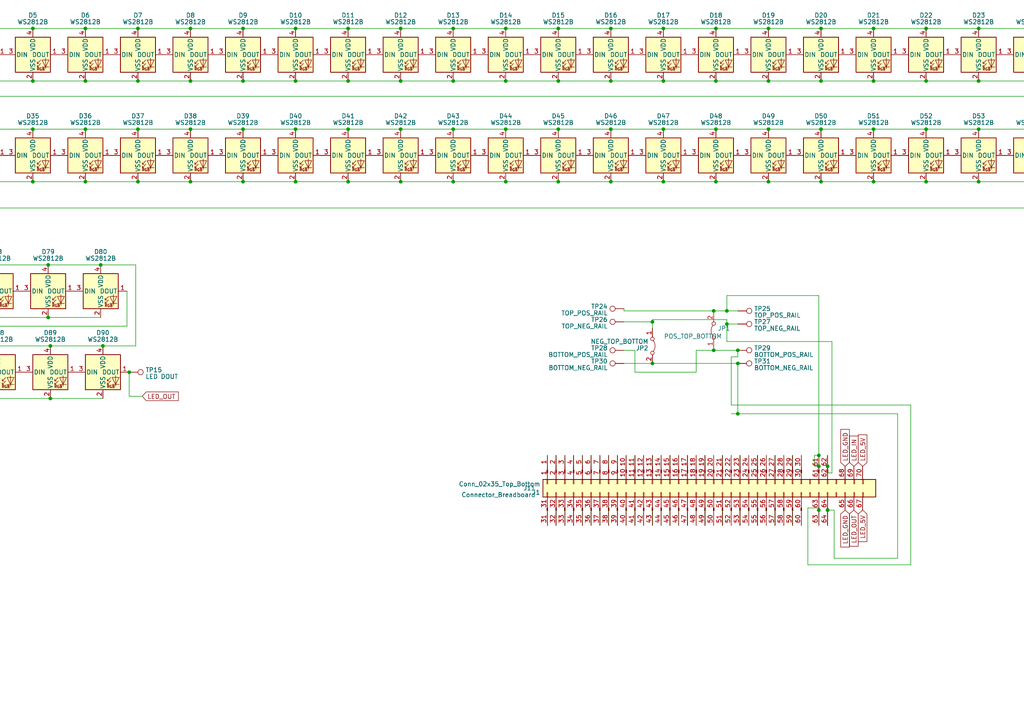
<source format=kicad_sch>
(kicad_sch (version 20231120) (generator "eeschema") (generator_version "8.0")
  (paper "A4")
  (lib_symbols
    (symbol "Connector_Generic:Conn_02x35_JumperluxCardEdge" (pin_names (offset 1.016) hide)
      (property "Reference" "J" (at 1.27 45.72 0))
      (property "Value" "Conn_02x35_JumperluxCardEdge" (at 1.27 -54.61 0))
      (symbol "Conn_02x35_JumperluxCardEdge_1_1"
        (pin passive line (at -5.08 43.18 0) (length 3.81) (name "Pin_1") (number "1"))
        (pin passive line (at -5.08 20.32 0) (length 3.81) (name "Pin_10") (number "10"))
        (pin passive line (at -5.08 17.78 0) (length 3.81) (name "Pin_11") (number "11"))
        (pin passive line (at -5.08 15.24 0) (length 3.81) (name "Pin_12") (number "12"))
        (pin passive line (at -5.08 12.7 0) (length 3.81) (name "Pin_13") (number "13"))
        (pin passive line (at -5.08 10.16 0) (length 3.81) (name "Pin_14") (number "14"))
        (pin passive line (at -5.08 7.62 0) (length 3.81) (name "Pin_15") (number "15"))
        (pin passive line (at -5.08 5.08 0) (length 3.81) (name "Pin_16") (number "16"))
        (pin passive line (at -5.08 2.54 0) (length 3.81) (name "Pin_17") (number "17"))
        (pin passive line (at -5.08 0 0) (length 3.81) (name "Pin_18") (number "18"))
        (pin passive line (at -5.08 -2.54 0) (length 3.81) (name "Pin_19") (number "19"))
        (pin passive line (at -5.08 40.64 0) (length 3.81) (name "Pin_2") (number "2"))
        (pin passive line (at -5.08 -5.08 0) (length 3.81) (name "Pin_20") (number "20"))
        (pin passive line (at -5.08 -7.62 0) (length 3.81) (name "Pin_21") (number "21"))
        (pin passive line (at -5.08 -10.16 0) (length 3.81) (name "Pin_22") (number "22"))
        (pin passive line (at -5.08 -12.7 0) (length 3.81) (name "Pin_23") (number "23"))
        (pin passive line (at -5.08 -15.24 0) (length 3.81) (name "Pin_24") (number "24"))
        (pin passive line (at -5.08 -17.78 0) (length 3.81) (name "Pin_25") (number "25"))
        (pin passive line (at -5.08 -20.32 0) (length 3.81) (name "Pin_26") (number "26"))
        (pin passive line (at -5.08 -22.86 0) (length 3.81) (name "Pin_27") (number "27"))
        (pin passive line (at -5.08 -25.4 0) (length 3.81) (name "Pin_28") (number "28"))
        (pin passive line (at -5.08 -27.94 0) (length 3.81) (name "Pin_29") (number "29"))
        (pin passive line (at -5.08 38.1 0) (length 3.81) (name "Pin_3") (number "3"))
        (pin passive line (at -5.08 -30.48 0) (length 3.81) (name "Pin_30") (number "30"))
        (pin passive line (at 7.62 43.18 180) (length 3.81) (name "Pin_31") (number "31"))
        (pin passive line (at 7.62 40.64 180) (length 3.81) (name "Pin_32") (number "32"))
        (pin passive line (at 7.62 38.1 180) (length 3.81) (name "Pin_33") (number "33"))
        (pin passive line (at 7.62 35.56 180) (length 3.81) (name "Pin_34") (number "34"))
        (pin passive line (at 7.62 33.02 180) (length 3.81) (name "Pin_35") (number "35"))
        (pin passive line (at 7.62 30.48 180) (length 3.81) (name "Pin_36") (number "36"))
        (pin passive line (at 7.62 27.94 180) (length 3.81) (name "Pin_37") (number "37"))
        (pin passive line (at 7.62 25.4 180) (length 3.81) (name "Pin_38") (number "38"))
        (pin passive line (at 7.62 22.86 180) (length 3.81) (name "Pin_39") (number "39"))
        (pin passive line (at -5.08 35.56 0) (length 3.81) (name "Pin_4") (number "4"))
        (pin passive line (at 7.62 20.32 180) (length 3.81) (name "Pin_40") (number "40"))
        (pin passive line (at 7.62 17.78 180) (length 3.81) (name "Pin_41") (number "41"))
        (pin passive line (at 7.62 15.24 180) (length 3.81) (name "Pin_42") (number "42"))
        (pin passive line (at 7.62 12.7 180) (length 3.81) (name "Pin_43") (number "43"))
        (pin passive line (at 7.62 10.16 180) (length 3.81) (name "Pin_44") (number "44"))
        (pin passive line (at 7.62 7.62 180) (length 3.81) (name "Pin_45") (number "45"))
        (pin passive line (at 7.62 5.08 180) (length 3.81) (name "Pin_46") (number "46"))
        (pin passive line (at 7.62 2.54 180) (length 3.81) (name "Pin_47") (number "47"))
        (pin passive line (at 7.62 0 180) (length 3.81) (name "Pin_48") (number "48"))
        (pin passive line (at 7.62 -2.54 180) (length 3.81) (name "Pin_49") (number "49"))
        (pin passive line (at -5.08 33.02 0) (length 3.81) (name "Pin_5") (number "5"))
        (pin passive line (at 7.62 -5.08 180) (length 3.81) (name "Pin_50") (number "50"))
        (pin passive line (at 7.62 -7.62 180) (length 3.81) (name "Pin_51") (number "51"))
        (pin passive line (at 7.62 -10.16 180) (length 3.81) (name "Pin_52") (number "52"))
        (pin passive line (at 7.62 -12.7 180) (length 3.81) (name "Pin_53") (number "53"))
        (pin passive line (at 7.62 -15.24 180) (length 3.81) (name "Pin_54") (number "54"))
        (pin passive line (at 7.62 -17.78 180) (length 3.81) (name "Pin_55") (number "55"))
        (pin passive line (at 7.62 -20.32 180) (length 3.81) (name "Pin_56") (number "56"))
        (pin passive line (at 7.62 -22.86 180) (length 3.81) (name "Pin_57") (number "57"))
        (pin passive line (at 7.62 -25.4 180) (length 3.81) (name "Pin_58") (number "58"))
        (pin passive line (at 7.62 -27.94 180) (length 3.81) (name "Pin_59") (number "59"))
        (pin passive line (at -5.08 30.48 0) (length 3.81) (name "Pin_6") (number "6"))
        (pin passive line (at 7.62 -30.48 180) (length 3.81) (name "Pin_60") (number "60"))
        (pin passive line (at -5.08 -35.56 0) (length 3.81) (name "Pin_61") (number "61"))
        (pin passive line (at -5.08 -38.1 0) (length 3.81) (name "Pin_62") (number "62"))
        (pin passive line (at 7.62 -35.56 180) (length 3.81) (name "Pin_63") (number "63"))
        (pin passive line (at 7.62 -38.1 180) (length 3.81) (name "Pin_64") (number "64"))
        (pin passive line (at 7.62 -43.18 180) (length 3.81) (name "Pin_65") (number "65"))
        (pin passive line (at 7.62 -45.72 180) (length 3.81) (name "Pin_66") (number "66"))
        (pin passive line (at 7.62 -48.26 180) (length 3.81) (name "Pin_67") (number "67"))
        (pin passive line (at -5.08 -43.18 0) (length 3.81) (name "Pin_68") (number "68"))
        (pin passive line (at -5.08 -45.72 0) (length 3.81) (name "Pin_69") (number "69"))
        (pin passive line (at -5.08 27.94 0) (length 3.81) (name "Pin_7") (number "7"))
        (pin passive line (at -5.08 -48.26 0) (length 3.81) (name "Pin_70") (number "70"))
        (pin passive line (at -5.08 25.4 0) (length 3.81) (name "Pin_8") (number "8"))
        (pin passive line (at -5.08 22.86 0) (length 3.81) (name "Pin_9") (number "9"))
      )
    )
    (symbol "GND_38" (power) (pin_names (offset 0))
      (property "Value" "GND_38" (at 0 -3.81 0))
      (symbol "GND_38_1_1"
        (pin power_in line (at 0 0 270) (length 0) hide (name "GND") (number "1"))
      )
    )
    (symbol "Jumper:Jumper_2_Bridged" (pin_names (offset 0) hide)
      (property "Reference" "JP" (at 0 1.905 0))
      (property "Value" "Jumper_2_Bridged" (at 0 -2.54 0))
      (symbol "Jumper_2_Bridged_1_1"
        (pin passive line (at -5.08 0 0) (length 2.54) (name "A") (number "1"))
        (pin passive line (at 5.08 0 180) (length 2.54) (name "B") (number "2"))
      )
    )
    (symbol "JumperlessSymbols:Breadboard_correctPins" (pin_names (offset 1.016) hide)
      (property "Reference" "J" (at 0 55.88 0))
      (property "Value" "Breadboard_correctPins" (at -3.81 -58.42 0))
      (symbol "Breadboard_correctPins_1_1"
        (pin passive line (at 5.08 38.1 180) (length 3.81) (name "Pin_1") (number "1"))
        (pin passive line (at 5.08 15.24 180) (length 3.81) (name "Pin_10") (number "10"))
        (pin passive line (at 5.08 12.7 180) (length 3.81) (name "Pin_11") (number "11"))
        (pin passive line (at 5.08 10.16 180) (length 3.81) (name "Pin_12") (number "12"))
        (pin passive line (at 5.08 7.62 180) (length 3.81) (name "Pin_13") (number "13"))
        (pin passive line (at 5.08 5.08 180) (length 3.81) (name "Pin_14") (number "14"))
        (pin passive line (at 5.08 2.54 180) (length 3.81) (name "Pin_15") (number "15"))
        (pin passive line (at 5.08 0 180) (length 3.81) (name "Pin_16") (number "16"))
        (pin passive line (at 5.08 -2.54 180) (length 3.81) (name "Pin_17") (number "17"))
        (pin passive line (at 5.08 -5.08 180) (length 3.81) (name "Pin_18") (number "18"))
        (pin passive line (at 5.08 -7.62 180) (length 3.81) (name "Pin_19") (number "19"))
        (pin passive line (at 5.08 35.56 180) (length 3.81) (name "Pin_2") (number "2"))
        (pin passive line (at 5.08 -10.16 180) (length 3.81) (name "Pin_20") (number "20"))
        (pin passive line (at 5.08 -12.7 180) (length 3.81) (name "Pin_21") (number "21"))
        (pin passive line (at 5.08 -15.24 180) (length 3.81) (name "Pin_22") (number "22"))
        (pin passive line (at 5.08 -17.78 180) (length 3.81) (name "Pin_23") (number "23"))
        (pin passive line (at 5.08 -20.32 180) (length 3.81) (name "Pin_24") (number "24"))
        (pin passive line (at 5.08 -22.86 180) (length 3.81) (name "Pin_25") (number "25"))
        (pin passive line (at 5.08 -25.4 180) (length 3.81) (name "Pin_26") (number "26"))
        (pin passive line (at 5.08 -27.94 180) (length 3.81) (name "Pin_27") (number "27"))
        (pin passive line (at 5.08 -30.48 180) (length 3.81) (name "Pin_28") (number "28"))
        (pin passive line (at 5.08 -33.02 180) (length 3.81) (name "Pin_29") (number "29"))
        (pin passive line (at 5.08 33.02 180) (length 3.81) (name "Pin_3") (number "3"))
        (pin passive line (at 5.08 -35.56 180) (length 3.81) (name "Pin_30") (number "30"))
        (pin passive line (at -15.24 38.1 0) (length 3.81) (name "Pin_31") (number "31"))
        (pin passive line (at -15.24 35.56 0) (length 3.81) (name "Pin_0") (number "32"))
        (pin passive line (at -15.24 33.02 0) (length 3.81) (name "Pin_1") (number "33"))
        (pin passive line (at -15.24 30.48 0) (length 3.81) (name "Pin_2") (number "34"))
        (pin passive line (at -15.24 27.94 0) (length 3.81) (name "Pin_3") (number "35"))
        (pin passive line (at -15.24 25.4 0) (length 3.81) (name "Pin_4") (number "36"))
        (pin passive line (at -15.24 22.86 0) (length 3.81) (name "Pin_5") (number "37"))
        (pin passive line (at -15.24 20.32 0) (length 3.81) (name "Pin_6") (number "38"))
        (pin passive line (at -15.24 17.78 0) (length 3.81) (name "Pin_7") (number "39"))
        (pin passive line (at 5.08 30.48 180) (length 3.81) (name "Pin_4") (number "4"))
        (pin passive line (at -15.24 15.24 0) (length 3.81) (name "Pin_8") (number "40"))
        (pin passive line (at -15.24 12.7 0) (length 3.81) (name "Pin_9") (number "41"))
        (pin passive line (at -15.24 10.16 0) (length 3.81) (name "Pin_10") (number "42"))
        (pin passive line (at -15.24 7.62 0) (length 3.81) (name "Pin_11") (number "43"))
        (pin passive line (at -15.24 5.08 0) (length 3.81) (name "Pin_12") (number "44"))
        (pin passive line (at -15.24 2.54 0) (length 3.81) (name "Pin_13") (number "45"))
        (pin passive line (at -15.24 0 0) (length 3.81) (name "Pin_14") (number "46"))
        (pin passive line (at -15.24 -2.54 0) (length 3.81) (name "Pin_15") (number "47"))
        (pin passive line (at -15.24 -5.08 0) (length 3.81) (name "Pin_16") (number "48"))
        (pin passive line (at -15.24 -7.62 0) (length 3.81) (name "Pin_17") (number "49"))
        (pin passive line (at 5.08 27.94 180) (length 3.81) (name "Pin_5") (number "5"))
        (pin passive line (at -15.24 -10.16 0) (length 3.81) (name "Pin_18") (number "50"))
        (pin passive line (at -15.24 -12.7 0) (length 3.81) (name "Pin_19") (number "51"))
        (pin passive line (at -15.24 -15.24 0) (length 3.81) (name "Pin_20") (number "52"))
        (pin passive line (at -15.24 -17.78 0) (length 3.81) (name "Pin_21") (number "53"))
        (pin passive line (at -15.24 -20.32 0) (length 3.81) (name "Pin_22") (number "54"))
        (pin passive line (at -15.24 -22.86 0) (length 3.81) (name "Pin_23") (number "55"))
        (pin passive line (at -15.24 -25.4 0) (length 3.81) (name "Pin_24") (number "56"))
        (pin passive line (at -15.24 -27.94 0) (length 3.81) (name "Pin_25") (number "57"))
        (pin passive line (at -15.24 -30.48 0) (length 3.81) (name "Pin_26") (number "58"))
        (pin passive line (at -15.24 -33.02 0) (length 3.81) (name "Pin_27") (number "59"))
        (pin passive line (at 5.08 25.4 180) (length 3.81) (name "Pin_6") (number "6"))
        (pin passive line (at -15.24 -35.56 0) (length 3.81) (name "Pin_28") (number "60"))
        (pin passive line (at 5.08 -40.64 180) (length 3.81) (name "Top_Pos") (number "61"))
        (pin passive line (at 5.08 -43.18 180) (length 3.81) (name "Top_Neg") (number "62"))
        (pin passive line (at -15.24 -40.64 0) (length 3.81) (name "Bot_Pos") (number "63"))
        (pin passive line (at -15.24 -43.18 0) (length 3.81) (name "Bot_Neg") (number "64"))
        (pin passive line (at 5.08 22.86 180) (length 3.81) (name "Pin_7") (number "7"))
        (pin passive line (at 5.08 20.32 180) (length 3.81) (name "Pin_8") (number "8"))
        (pin passive line (at 5.08 17.78 180) (length 3.81) (name "Pin_9") (number "9"))
      )
    )
    (symbol "JumperlessSymbols:TestPoint" (pin_numbers hide) (pin_names (offset 0.762) hide)
      (property "Reference" "TP" (at 0 6.858 0))
      (property "Value" "TestPoint" (at 0 5.08 0))
      (symbol "TestPoint_1_1"
        (pin passive line (at 0 0 90) (length 2.54) (name "1") (number "1"))
      )
    )
    (symbol "JumperlessSymbols:WS2812B" (pin_names (offset 0.254))
      (property "Reference" "D" (at 5.08 5.715 0))
      (property "Value" "WS2812B" (at 1.27 -5.715 0))
      (symbol "WS2812B_0_0"
        (text "RGB" (at 2.286 -4.191 0) (effects (font (size 0.762 0.762))))
      )
      (symbol "WS2812B_1_1"
        (pin output line (at 7.62 0 180) (length 2.54) (name "DOUT") (number "1"))
        (pin power_in line (at 0 -7.62 90) (length 2.54) (name "VSS") (number "2"))
        (pin input line (at -7.62 0 0) (length 2.54) (name "DIN") (number "3"))
        (pin power_in line (at 0 7.62 270) (length 2.54) (name "VDD") (number "4"))
      )
    )
    (symbol "JumperlessSymbols:WS2812B_1" (pin_names (offset 0.254))
      (property "Reference" "D" (at 5.08 5.715 0))
      (property "Value" "WS2812B" (at 1.27 -5.715 0))
      (symbol "WS2812B_1_0_0"
        (text "RGB" (at 2.286 -4.191 0) (effects (font (size 0.762 0.762))))
      )
      (symbol "WS2812B_1_1_1"
        (pin output line (at 7.62 0 180) (length 2.54) (name "DOUT") (number "1"))
        (pin power_in line (at 0 -7.62 90) (length 2.54) (name "VSS") (number "2"))
        (pin input line (at -7.62 0 0) (length 2.54) (name "DIN") (number "3"))
        (pin power_in line (at 0 7.62 270) (length 2.54) (name "VDD") (number "4"))
      )
    )
    (symbol "JumperlessSymbols:WS2812B_10" (pin_names (offset 0.254))
      (property "Reference" "D" (at 5.08 5.715 0))
      (property "Value" "WS2812B" (at 1.27 -5.715 0))
      (symbol "WS2812B_10_0_0"
        (text "RGB" (at 2.286 -4.191 0) (effects (font (size 0.762 0.762))))
      )
      (symbol "WS2812B_10_1_1"
        (pin output line (at 7.62 0 180) (length 2.54) (name "DOUT") (number "1"))
        (pin power_in line (at 0 -7.62 90) (length 2.54) (name "VSS") (number "2"))
        (pin input line (at -7.62 0 0) (length 2.54) (name "DIN") (number "3"))
        (pin power_in line (at 0 7.62 270) (length 2.54) (name "VDD") (number "4"))
      )
    )
    (symbol "JumperlessSymbols:WS2812B_11" (pin_names (offset 0.254))
      (property "Reference" "D" (at 5.08 5.715 0))
      (property "Value" "WS2812B" (at 1.27 -5.715 0))
      (symbol "WS2812B_11_0_0"
        (text "RGB" (at 2.286 -4.191 0) (effects (font (size 0.762 0.762))))
      )
      (symbol "WS2812B_11_1_1"
        (pin output line (at 7.62 0 180) (length 2.54) (name "DOUT") (number "1"))
        (pin power_in line (at 0 -7.62 90) (length 2.54) (name "VSS") (number "2"))
        (pin input line (at -7.62 0 0) (length 2.54) (name "DIN") (number "3"))
        (pin power_in line (at 0 7.62 270) (length 2.54) (name "VDD") (number "4"))
      )
    )
    (symbol "JumperlessSymbols:WS2812B_12" (pin_names (offset 0.254))
      (property "Reference" "D" (at 5.08 5.715 0))
      (property "Value" "WS2812B" (at 1.27 -5.715 0))
      (symbol "WS2812B_12_0_0"
        (text "RGB" (at 2.286 -4.191 0) (effects (font (size 0.762 0.762))))
      )
      (symbol "WS2812B_12_1_1"
        (pin output line (at 7.62 0 180) (length 2.54) (name "DOUT") (number "1"))
        (pin power_in line (at 0 -7.62 90) (length 2.54) (name "VSS") (number "2"))
        (pin input line (at -7.62 0 0) (length 2.54) (name "DIN") (number "3"))
        (pin power_in line (at 0 7.62 270) (length 2.54) (name "VDD") (number "4"))
      )
    )
    (symbol "JumperlessSymbols:WS2812B_13" (pin_names (offset 0.254))
      (property "Reference" "D" (at 5.08 5.715 0))
      (property "Value" "WS2812B" (at 1.27 -5.715 0))
      (symbol "WS2812B_13_0_0"
        (text "RGB" (at 2.286 -4.191 0) (effects (font (size 0.762 0.762))))
      )
      (symbol "WS2812B_13_1_1"
        (pin output line (at 7.62 0 180) (length 2.54) (name "DOUT") (number "1"))
        (pin power_in line (at 0 -7.62 90) (length 2.54) (name "VSS") (number "2"))
        (pin input line (at -7.62 0 0) (length 2.54) (name "DIN") (number "3"))
        (pin power_in line (at 0 7.62 270) (length 2.54) (name "VDD") (number "4"))
      )
    )
    (symbol "JumperlessSymbols:WS2812B_14" (pin_names (offset 0.254))
      (property "Reference" "D" (at 5.08 5.715 0))
      (property "Value" "WS2812B" (at 1.27 -5.715 0))
      (symbol "WS2812B_14_0_0"
        (text "RGB" (at 2.286 -4.191 0) (effects (font (size 0.762 0.762))))
      )
      (symbol "WS2812B_14_1_1"
        (pin output line (at 7.62 0 180) (length 2.54) (name "DOUT") (number "1"))
        (pin power_in line (at 0 -7.62 90) (length 2.54) (name "VSS") (number "2"))
        (pin input line (at -7.62 0 0) (length 2.54) (name "DIN") (number "3"))
        (pin power_in line (at 0 7.62 270) (length 2.54) (name "VDD") (number "4"))
      )
    )
    (symbol "JumperlessSymbols:WS2812B_15" (pin_names (offset 0.254))
      (property "Reference" "D" (at 5.08 5.715 0))
      (property "Value" "WS2812B" (at 1.27 -5.715 0))
      (symbol "WS2812B_15_0_0"
        (text "RGB" (at 2.286 -4.191 0) (effects (font (size 0.762 0.762))))
      )
      (symbol "WS2812B_15_1_1"
        (pin output line (at 7.62 0 180) (length 2.54) (name "DOUT") (number "1"))
        (pin power_in line (at 0 -7.62 90) (length 2.54) (name "VSS") (number "2"))
        (pin input line (at -7.62 0 0) (length 2.54) (name "DIN") (number "3"))
        (pin power_in line (at 0 7.62 270) (length 2.54) (name "VDD") (number "4"))
      )
    )
    (symbol "JumperlessSymbols:WS2812B_16" (pin_names (offset 0.254))
      (property "Reference" "D" (at 5.08 5.715 0))
      (property "Value" "WS2812B" (at 1.27 -5.715 0))
      (symbol "WS2812B_16_0_0"
        (text "RGB" (at 2.286 -4.191 0) (effects (font (size 0.762 0.762))))
      )
      (symbol "WS2812B_16_1_1"
        (pin output line (at 7.62 0 180) (length 2.54) (name "DOUT") (number "1"))
        (pin power_in line (at 0 -7.62 90) (length 2.54) (name "VSS") (number "2"))
        (pin input line (at -7.62 0 0) (length 2.54) (name "DIN") (number "3"))
        (pin power_in line (at 0 7.62 270) (length 2.54) (name "VDD") (number "4"))
      )
    )
    (symbol "JumperlessSymbols:WS2812B_17" (pin_names (offset 0.254))
      (property "Reference" "D" (at 5.08 5.715 0))
      (property "Value" "WS2812B" (at 1.27 -5.715 0))
      (symbol "WS2812B_17_0_0"
        (text "RGB" (at 2.286 -4.191 0) (effects (font (size 0.762 0.762))))
      )
      (symbol "WS2812B_17_1_1"
        (pin output line (at 7.62 0 180) (length 2.54) (name "DOUT") (number "1"))
        (pin power_in line (at 0 -7.62 90) (length 2.54) (name "VSS") (number "2"))
        (pin input line (at -7.62 0 0) (length 2.54) (name "DIN") (number "3"))
        (pin power_in line (at 0 7.62 270) (length 2.54) (name "VDD") (number "4"))
      )
    )
    (symbol "JumperlessSymbols:WS2812B_18" (pin_names (offset 0.254))
      (property "Reference" "D" (at 5.08 5.715 0))
      (property "Value" "WS2812B" (at 1.27 -5.715 0))
      (symbol "WS2812B_18_0_0"
        (text "RGB" (at 2.286 -4.191 0) (effects (font (size 0.762 0.762))))
      )
      (symbol "WS2812B_18_1_1"
        (pin output line (at 7.62 0 180) (length 2.54) (name "DOUT") (number "1"))
        (pin power_in line (at 0 -7.62 90) (length 2.54) (name "VSS") (number "2"))
        (pin input line (at -7.62 0 0) (length 2.54) (name "DIN") (number "3"))
        (pin power_in line (at 0 7.62 270) (length 2.54) (name "VDD") (number "4"))
      )
    )
    (symbol "JumperlessSymbols:WS2812B_19" (pin_names (offset 0.254))
      (property "Reference" "D" (at 5.08 5.715 0))
      (property "Value" "WS2812B" (at 1.27 -5.715 0))
      (symbol "WS2812B_19_0_0"
        (text "RGB" (at 2.286 -4.191 0) (effects (font (size 0.762 0.762))))
      )
      (symbol "WS2812B_19_1_1"
        (pin output line (at 7.62 0 180) (length 2.54) (name "DOUT") (number "1"))
        (pin power_in line (at 0 -7.62 90) (length 2.54) (name "VSS") (number "2"))
        (pin input line (at -7.62 0 0) (length 2.54) (name "DIN") (number "3"))
        (pin power_in line (at 0 7.62 270) (length 2.54) (name "VDD") (number "4"))
      )
    )
    (symbol "JumperlessSymbols:WS2812B_2" (pin_names (offset 0.254))
      (property "Reference" "D" (at 5.08 5.715 0))
      (property "Value" "WS2812B" (at 1.27 -5.715 0))
      (symbol "WS2812B_2_0_0"
        (text "RGB" (at 2.286 -4.191 0) (effects (font (size 0.762 0.762))))
      )
      (symbol "WS2812B_2_1_1"
        (pin output line (at 7.62 0 180) (length 2.54) (name "DOUT") (number "1"))
        (pin power_in line (at 0 -7.62 90) (length 2.54) (name "VSS") (number "2"))
        (pin input line (at -7.62 0 0) (length 2.54) (name "DIN") (number "3"))
        (pin power_in line (at 0 7.62 270) (length 2.54) (name "VDD") (number "4"))
      )
    )
    (symbol "JumperlessSymbols:WS2812B_20" (pin_names (offset 0.254))
      (property "Reference" "D" (at 5.08 5.715 0))
      (property "Value" "WS2812B" (at 1.27 -5.715 0))
      (symbol "WS2812B_20_0_0"
        (text "RGB" (at 2.286 -4.191 0) (effects (font (size 0.762 0.762))))
      )
      (symbol "WS2812B_20_1_1"
        (pin output line (at 7.62 0 180) (length 2.54) (name "DOUT") (number "1"))
        (pin power_in line (at 0 -7.62 90) (length 2.54) (name "VSS") (number "2"))
        (pin input line (at -7.62 0 0) (length 2.54) (name "DIN") (number "3"))
        (pin power_in line (at 0 7.62 270) (length 2.54) (name "VDD") (number "4"))
      )
    )
    (symbol "JumperlessSymbols:WS2812B_21" (pin_names (offset 0.254))
      (property "Reference" "D" (at 5.08 5.715 0))
      (property "Value" "WS2812B" (at 1.27 -5.715 0))
      (symbol "WS2812B_21_0_0"
        (text "RGB" (at 2.286 -4.191 0) (effects (font (size 0.762 0.762))))
      )
      (symbol "WS2812B_21_1_1"
        (pin output line (at 7.62 0 180) (length 2.54) (name "DOUT") (number "1"))
        (pin power_in line (at 0 -7.62 90) (length 2.54) (name "VSS") (number "2"))
        (pin input line (at -7.62 0 0) (length 2.54) (name "DIN") (number "3"))
        (pin power_in line (at 0 7.62 270) (length 2.54) (name "VDD") (number "4"))
      )
    )
    (symbol "JumperlessSymbols:WS2812B_22" (pin_names (offset 0.254))
      (property "Reference" "D" (at 5.08 5.715 0))
      (property "Value" "WS2812B" (at 1.27 -5.715 0))
      (symbol "WS2812B_22_0_0"
        (text "RGB" (at 2.286 -4.191 0) (effects (font (size 0.762 0.762))))
      )
      (symbol "WS2812B_22_1_1"
        (pin output line (at 7.62 0 180) (length 2.54) (name "DOUT") (number "1"))
        (pin power_in line (at 0 -7.62 90) (length 2.54) (name "VSS") (number "2"))
        (pin input line (at -7.62 0 0) (length 2.54) (name "DIN") (number "3"))
        (pin power_in line (at 0 7.62 270) (length 2.54) (name "VDD") (number "4"))
      )
    )
    (symbol "JumperlessSymbols:WS2812B_23" (pin_names (offset 0.254))
      (property "Reference" "D" (at 5.08 5.715 0))
      (property "Value" "WS2812B" (at 1.27 -5.715 0))
      (symbol "WS2812B_23_0_0"
        (text "RGB" (at 2.286 -4.191 0) (effects (font (size 0.762 0.762))))
      )
      (symbol "WS2812B_23_1_1"
        (pin output line (at 7.62 0 180) (length 2.54) (name "DOUT") (number "1"))
        (pin power_in line (at 0 -7.62 90) (length 2.54) (name "VSS") (number "2"))
        (pin input line (at -7.62 0 0) (length 2.54) (name "DIN") (number "3"))
        (pin power_in line (at 0 7.62 270) (length 2.54) (name "VDD") (number "4"))
      )
    )
    (symbol "JumperlessSymbols:WS2812B_24" (pin_names (offset 0.254))
      (property "Reference" "D" (at 5.08 5.715 0))
      (property "Value" "WS2812B" (at 1.27 -5.715 0))
      (symbol "WS2812B_24_0_0"
        (text "RGB" (at 2.286 -4.191 0) (effects (font (size 0.762 0.762))))
      )
      (symbol "WS2812B_24_1_1"
        (pin output line (at 7.62 0 180) (length 2.54) (name "DOUT") (number "1"))
        (pin power_in line (at 0 -7.62 90) (length 2.54) (name "VSS") (number "2"))
        (pin input line (at -7.62 0 0) (length 2.54) (name "DIN") (number "3"))
        (pin power_in line (at 0 7.62 270) (length 2.54) (name "VDD") (number "4"))
      )
    )
    (symbol "JumperlessSymbols:WS2812B_25" (pin_names (offset 0.254))
      (property "Reference" "D" (at 5.08 5.715 0))
      (property "Value" "WS2812B" (at 1.27 -5.715 0))
      (symbol "WS2812B_25_0_0"
        (text "RGB" (at 2.286 -4.191 0) (effects (font (size 0.762 0.762))))
      )
      (symbol "WS2812B_25_1_1"
        (pin output line (at 7.62 0 180) (length 2.54) (name "DOUT") (number "1"))
        (pin power_in line (at 0 -7.62 90) (length 2.54) (name "VSS") (number "2"))
        (pin input line (at -7.62 0 0) (length 2.54) (name "DIN") (number "3"))
        (pin power_in line (at 0 7.62 270) (length 2.54) (name "VDD") (number "4"))
      )
    )
    (symbol "JumperlessSymbols:WS2812B_26" (pin_names (offset 0.254))
      (property "Reference" "D" (at 5.08 5.715 0))
      (property "Value" "WS2812B" (at 1.27 -5.715 0))
      (symbol "WS2812B_26_0_0"
        (text "RGB" (at 2.286 -4.191 0) (effects (font (size 0.762 0.762))))
      )
      (symbol "WS2812B_26_1_1"
        (pin output line (at 7.62 0 180) (length 2.54) (name "DOUT") (number "1"))
        (pin power_in line (at 0 -7.62 90) (length 2.54) (name "VSS") (number "2"))
        (pin input line (at -7.62 0 0) (length 2.54) (name "DIN") (number "3"))
        (pin power_in line (at 0 7.62 270) (length 2.54) (name "VDD") (number "4"))
      )
    )
    (symbol "JumperlessSymbols:WS2812B_27" (pin_names (offset 0.254))
      (property "Reference" "D" (at 5.08 5.715 0))
      (property "Value" "WS2812B" (at 1.27 -5.715 0))
      (symbol "WS2812B_27_0_0"
        (text "RGB" (at 2.286 -4.191 0) (effects (font (size 0.762 0.762))))
      )
      (symbol "WS2812B_27_1_1"
        (pin output line (at 7.62 0 180) (length 2.54) (name "DOUT") (number "1"))
        (pin power_in line (at 0 -7.62 90) (length 2.54) (name "VSS") (number "2"))
        (pin input line (at -7.62 0 0) (length 2.54) (name "DIN") (number "3"))
        (pin power_in line (at 0 7.62 270) (length 2.54) (name "VDD") (number "4"))
      )
    )
    (symbol "JumperlessSymbols:WS2812B_28" (pin_names (offset 0.254))
      (property "Reference" "D" (at 5.08 5.715 0))
      (property "Value" "WS2812B" (at 1.27 -5.715 0))
      (symbol "WS2812B_28_0_0"
        (text "RGB" (at 2.286 -4.191 0) (effects (font (size 0.762 0.762))))
      )
      (symbol "WS2812B_28_1_1"
        (pin output line (at 7.62 0 180) (length 2.54) (name "DOUT") (number "1"))
        (pin power_in line (at 0 -7.62 90) (length 2.54) (name "VSS") (number "2"))
        (pin input line (at -7.62 0 0) (length 2.54) (name "DIN") (number "3"))
        (pin power_in line (at 0 7.62 270) (length 2.54) (name "VDD") (number "4"))
      )
    )
    (symbol "JumperlessSymbols:WS2812B_29" (pin_names (offset 0.254))
      (property "Reference" "D" (at 5.08 5.715 0))
      (property "Value" "WS2812B" (at 1.27 -5.715 0))
      (symbol "WS2812B_29_0_0"
        (text "RGB" (at 2.286 -4.191 0) (effects (font (size 0.762 0.762))))
      )
      (symbol "WS2812B_29_1_1"
        (pin output line (at 7.62 0 180) (length 2.54) (name "DOUT") (number "1"))
        (pin power_in line (at 0 -7.62 90) (length 2.54) (name "VSS") (number "2"))
        (pin input line (at -7.62 0 0) (length 2.54) (name "DIN") (number "3"))
        (pin power_in line (at 0 7.62 270) (length 2.54) (name "VDD") (number "4"))
      )
    )
    (symbol "JumperlessSymbols:WS2812B_3" (pin_names (offset 0.254))
      (property "Reference" "D" (at 5.08 5.715 0))
      (property "Value" "WS2812B" (at 1.27 -5.715 0))
      (symbol "WS2812B_3_0_0"
        (text "RGB" (at 2.286 -4.191 0) (effects (font (size 0.762 0.762))))
      )
      (symbol "WS2812B_3_1_1"
        (pin output line (at 7.62 0 180) (length 2.54) (name "DOUT") (number "1"))
        (pin power_in line (at 0 -7.62 90) (length 2.54) (name "VSS") (number "2"))
        (pin input line (at -7.62 0 0) (length 2.54) (name "DIN") (number "3"))
        (pin power_in line (at 0 7.62 270) (length 2.54) (name "VDD") (number "4"))
      )
    )
    (symbol "JumperlessSymbols:WS2812B_30" (pin_names (offset 0.254))
      (property "Reference" "D" (at 5.08 5.715 0))
      (property "Value" "WS2812B" (at 1.27 -5.715 0))
      (symbol "WS2812B_30_0_0"
        (text "RGB" (at 2.286 -4.191 0) (effects (font (size 0.762 0.762))))
      )
      (symbol "WS2812B_30_1_1"
        (pin output line (at 7.62 0 180) (length 2.54) (name "DOUT") (number "1"))
        (pin power_in line (at 0 -7.62 90) (length 2.54) (name "VSS") (number "2"))
        (pin input line (at -7.62 0 0) (length 2.54) (name "DIN") (number "3"))
        (pin power_in line (at 0 7.62 270) (length 2.54) (name "VDD") (number "4"))
      )
    )
    (symbol "JumperlessSymbols:WS2812B_31" (pin_names (offset 0.254))
      (property "Reference" "D" (at 5.08 5.715 0))
      (property "Value" "WS2812B" (at 1.27 -5.715 0))
      (symbol "WS2812B_31_0_0"
        (text "RGB" (at 2.286 -4.191 0) (effects (font (size 0.762 0.762))))
      )
      (symbol "WS2812B_31_1_1"
        (pin output line (at 7.62 0 180) (length 2.54) (name "DOUT") (number "1"))
        (pin power_in line (at 0 -7.62 90) (length 2.54) (name "VSS") (number "2"))
        (pin input line (at -7.62 0 0) (length 2.54) (name "DIN") (number "3"))
        (pin power_in line (at 0 7.62 270) (length 2.54) (name "VDD") (number "4"))
      )
    )
    (symbol "JumperlessSymbols:WS2812B_32" (pin_names (offset 0.254))
      (property "Reference" "D" (at 5.08 5.715 0))
      (property "Value" "WS2812B" (at 1.27 -5.715 0))
      (symbol "WS2812B_32_0_0"
        (text "RGB" (at 2.286 -4.191 0) (effects (font (size 0.762 0.762))))
      )
      (symbol "WS2812B_32_1_1"
        (pin output line (at 7.62 0 180) (length 2.54) (name "DOUT") (number "1"))
        (pin power_in line (at 0 -7.62 90) (length 2.54) (name "VSS") (number "2"))
        (pin input line (at -7.62 0 0) (length 2.54) (name "DIN") (number "3"))
        (pin power_in line (at 0 7.62 270) (length 2.54) (name "VDD") (number "4"))
      )
    )
    (symbol "JumperlessSymbols:WS2812B_33" (pin_names (offset 0.254))
      (property "Reference" "D" (at 5.08 5.715 0))
      (property "Value" "WS2812B" (at 1.27 -5.715 0))
      (symbol "WS2812B_33_0_0"
        (text "RGB" (at 2.286 -4.191 0) (effects (font (size 0.762 0.762))))
      )
      (symbol "WS2812B_33_1_1"
        (pin output line (at 7.62 0 180) (length 2.54) (name "DOUT") (number "1"))
        (pin power_in line (at 0 -7.62 90) (length 2.54) (name "VSS") (number "2"))
        (pin input line (at -7.62 0 0) (length 2.54) (name "DIN") (number "3"))
        (pin power_in line (at 0 7.62 270) (length 2.54) (name "VDD") (number "4"))
      )
    )
    (symbol "JumperlessSymbols:WS2812B_34" (pin_names (offset 0.254))
      (property "Reference" "D" (at 5.08 5.715 0))
      (property "Value" "WS2812B" (at 1.27 -5.715 0))
      (symbol "WS2812B_34_0_0"
        (text "RGB" (at 2.286 -4.191 0) (effects (font (size 0.762 0.762))))
      )
      (symbol "WS2812B_34_1_1"
        (pin output line (at 7.62 0 180) (length 2.54) (name "DOUT") (number "1"))
        (pin power_in line (at 0 -7.62 90) (length 2.54) (name "VSS") (number "2"))
        (pin input line (at -7.62 0 0) (length 2.54) (name "DIN") (number "3"))
        (pin power_in line (at 0 7.62 270) (length 2.54) (name "VDD") (number "4"))
      )
    )
    (symbol "JumperlessSymbols:WS2812B_35" (pin_names (offset 0.254))
      (property "Reference" "D" (at 5.08 5.715 0))
      (property "Value" "WS2812B" (at 1.27 -5.715 0))
      (symbol "WS2812B_35_0_0"
        (text "RGB" (at 2.286 -4.191 0) (effects (font (size 0.762 0.762))))
      )
      (symbol "WS2812B_35_1_1"
        (pin output line (at 7.62 0 180) (length 2.54) (name "DOUT") (number "1"))
        (pin power_in line (at 0 -7.62 90) (length 2.54) (name "VSS") (number "2"))
        (pin input line (at -7.62 0 0) (length 2.54) (name "DIN") (number "3"))
        (pin power_in line (at 0 7.62 270) (length 2.54) (name "VDD") (number "4"))
      )
    )
    (symbol "JumperlessSymbols:WS2812B_36" (pin_names (offset 0.254))
      (property "Reference" "D" (at 5.08 5.715 0))
      (property "Value" "WS2812B" (at 1.27 -5.715 0))
      (symbol "WS2812B_36_0_0"
        (text "RGB" (at 2.286 -4.191 0) (effects (font (size 0.762 0.762))))
      )
      (symbol "WS2812B_36_1_1"
        (pin output line (at 7.62 0 180) (length 2.54) (name "DOUT") (number "1"))
        (pin power_in line (at 0 -7.62 90) (length 2.54) (name "VSS") (number "2"))
        (pin input line (at -7.62 0 0) (length 2.54) (name "DIN") (number "3"))
        (pin power_in line (at 0 7.62 270) (length 2.54) (name "VDD") (number "4"))
      )
    )
    (symbol "JumperlessSymbols:WS2812B_37" (pin_names (offset 0.254))
      (property "Reference" "D" (at 5.08 5.715 0))
      (property "Value" "WS2812B" (at 1.27 -5.715 0))
      (symbol "WS2812B_37_0_0"
        (text "RGB" (at 2.286 -4.191 0) (effects (font (size 0.762 0.762))))
      )
      (symbol "WS2812B_37_1_1"
        (pin output line (at 7.62 0 180) (length 2.54) (name "DOUT") (number "1"))
        (pin power_in line (at 0 -7.62 90) (length 2.54) (name "VSS") (number "2"))
        (pin input line (at -7.62 0 0) (length 2.54) (name "DIN") (number "3"))
        (pin power_in line (at 0 7.62 270) (length 2.54) (name "VDD") (number "4"))
      )
    )
    (symbol "JumperlessSymbols:WS2812B_38" (pin_names (offset 0.254))
      (property "Reference" "D" (at 5.08 5.715 0))
      (property "Value" "WS2812B" (at 1.27 -5.715 0))
      (symbol "WS2812B_38_0_0"
        (text "RGB" (at 2.286 -4.191 0) (effects (font (size 0.762 0.762))))
      )
      (symbol "WS2812B_38_1_1"
        (pin output line (at 7.62 0 180) (length 2.54) (name "DOUT") (number "1"))
        (pin power_in line (at 0 -7.62 90) (length 2.54) (name "VSS") (number "2"))
        (pin input line (at -7.62 0 0) (length 2.54) (name "DIN") (number "3"))
        (pin power_in line (at 0 7.62 270) (length 2.54) (name "VDD") (number "4"))
      )
    )
    (symbol "JumperlessSymbols:WS2812B_39" (pin_names (offset 0.254))
      (property "Reference" "D" (at 5.08 5.715 0))
      (property "Value" "WS2812B" (at 1.27 -5.715 0))
      (symbol "WS2812B_39_0_0"
        (text "RGB" (at 2.286 -4.191 0) (effects (font (size 0.762 0.762))))
      )
      (symbol "WS2812B_39_1_1"
        (pin output line (at 7.62 0 180) (length 2.54) (name "DOUT") (number "1"))
        (pin power_in line (at 0 -7.62 90) (length 2.54) (name "VSS") (number "2"))
        (pin input line (at -7.62 0 0) (length 2.54) (name "DIN") (number "3"))
        (pin power_in line (at 0 7.62 270) (length 2.54) (name "VDD") (number "4"))
      )
    )
    (symbol "JumperlessSymbols:WS2812B_4" (pin_names (offset 0.254))
      (property "Reference" "D" (at 5.08 5.715 0))
      (property "Value" "WS2812B" (at 1.27 -5.715 0))
      (symbol "WS2812B_4_0_0"
        (text "RGB" (at 2.286 -4.191 0) (effects (font (size 0.762 0.762))))
      )
      (symbol "WS2812B_4_1_1"
        (pin output line (at 7.62 0 180) (length 2.54) (name "DOUT") (number "1"))
        (pin power_in line (at 0 -7.62 90) (length 2.54) (name "VSS") (number "2"))
        (pin input line (at -7.62 0 0) (length 2.54) (name "DIN") (number "3"))
        (pin power_in line (at 0 7.62 270) (length 2.54) (name "VDD") (number "4"))
      )
    )
    (symbol "JumperlessSymbols:WS2812B_40" (pin_names (offset 0.254))
      (property "Reference" "D" (at 5.08 5.715 0))
      (property "Value" "WS2812B" (at 1.27 -5.715 0))
      (symbol "WS2812B_40_0_0"
        (text "RGB" (at 2.286 -4.191 0) (effects (font (size 0.762 0.762))))
      )
      (symbol "WS2812B_40_1_1"
        (pin output line (at 7.62 0 180) (length 2.54) (name "DOUT") (number "1"))
        (pin power_in line (at 0 -7.62 90) (length 2.54) (name "VSS") (number "2"))
        (pin input line (at -7.62 0 0) (length 2.54) (name "DIN") (number "3"))
        (pin power_in line (at 0 7.62 270) (length 2.54) (name "VDD") (number "4"))
      )
    )
    (symbol "JumperlessSymbols:WS2812B_41" (pin_names (offset 0.254))
      (property "Reference" "D" (at 5.08 5.715 0))
      (property "Value" "WS2812B" (at 1.27 -5.715 0))
      (symbol "WS2812B_41_0_0"
        (text "RGB" (at 2.286 -4.191 0) (effects (font (size 0.762 0.762))))
      )
      (symbol "WS2812B_41_1_1"
        (pin output line (at 7.62 0 180) (length 2.54) (name "DOUT") (number "1"))
        (pin power_in line (at 0 -7.62 90) (length 2.54) (name "VSS") (number "2"))
        (pin input line (at -7.62 0 0) (length 2.54) (name "DIN") (number "3"))
        (pin power_in line (at 0 7.62 270) (length 2.54) (name "VDD") (number "4"))
      )
    )
    (symbol "JumperlessSymbols:WS2812B_42" (pin_names (offset 0.254))
      (property "Reference" "D" (at 5.08 5.715 0))
      (property "Value" "WS2812B" (at 1.27 -5.715 0))
      (symbol "WS2812B_42_0_0"
        (text "RGB" (at 2.286 -4.191 0) (effects (font (size 0.762 0.762))))
      )
      (symbol "WS2812B_42_1_1"
        (pin output line (at 7.62 0 180) (length 2.54) (name "DOUT") (number "1"))
        (pin power_in line (at 0 -7.62 90) (length 2.54) (name "VSS") (number "2"))
        (pin input line (at -7.62 0 0) (length 2.54) (name "DIN") (number "3"))
        (pin power_in line (at 0 7.62 270) (length 2.54) (name "VDD") (number "4"))
      )
    )
    (symbol "JumperlessSymbols:WS2812B_43" (pin_names (offset 0.254))
      (property "Reference" "D" (at 5.08 5.715 0))
      (property "Value" "WS2812B" (at 1.27 -5.715 0))
      (symbol "WS2812B_43_0_0"
        (text "RGB" (at 2.286 -4.191 0) (effects (font (size 0.762 0.762))))
      )
      (symbol "WS2812B_43_1_1"
        (pin output line (at 7.62 0 180) (length 2.54) (name "DOUT") (number "1"))
        (pin power_in line (at 0 -7.62 90) (length 2.54) (name "VSS") (number "2"))
        (pin input line (at -7.62 0 0) (length 2.54) (name "DIN") (number "3"))
        (pin power_in line (at 0 7.62 270) (length 2.54) (name "VDD") (number "4"))
      )
    )
    (symbol "JumperlessSymbols:WS2812B_44" (pin_names (offset 0.254))
      (property "Reference" "D" (at 5.08 5.715 0))
      (property "Value" "WS2812B" (at 1.27 -5.715 0))
      (symbol "WS2812B_44_0_0"
        (text "RGB" (at 2.286 -4.191 0) (effects (font (size 0.762 0.762))))
      )
      (symbol "WS2812B_44_1_1"
        (pin output line (at 7.62 0 180) (length 2.54) (name "DOUT") (number "1"))
        (pin power_in line (at 0 -7.62 90) (length 2.54) (name "VSS") (number "2"))
        (pin input line (at -7.62 0 0) (length 2.54) (name "DIN") (number "3"))
        (pin power_in line (at 0 7.62 270) (length 2.54) (name "VDD") (number "4"))
      )
    )
    (symbol "JumperlessSymbols:WS2812B_45" (pin_names (offset 0.254))
      (property "Reference" "D" (at 5.08 5.715 0))
      (property "Value" "WS2812B" (at 1.27 -5.715 0))
      (symbol "WS2812B_45_0_0"
        (text "RGB" (at 2.286 -4.191 0) (effects (font (size 0.762 0.762))))
      )
      (symbol "WS2812B_45_1_1"
        (pin output line (at 7.62 0 180) (length 2.54) (name "DOUT") (number "1"))
        (pin power_in line (at 0 -7.62 90) (length 2.54) (name "VSS") (number "2"))
        (pin input line (at -7.62 0 0) (length 2.54) (name "DIN") (number "3"))
        (pin power_in line (at 0 7.62 270) (length 2.54) (name "VDD") (number "4"))
      )
    )
    (symbol "JumperlessSymbols:WS2812B_46" (pin_names (offset 0.254))
      (property "Reference" "D" (at 5.08 5.715 0))
      (property "Value" "WS2812B" (at 1.27 -5.715 0))
      (symbol "WS2812B_46_0_0"
        (text "RGB" (at 2.286 -4.191 0) (effects (font (size 0.762 0.762))))
      )
      (symbol "WS2812B_46_1_1"
        (pin output line (at 7.62 0 180) (length 2.54) (name "DOUT") (number "1"))
        (pin power_in line (at 0 -7.62 90) (length 2.54) (name "VSS") (number "2"))
        (pin input line (at -7.62 0 0) (length 2.54) (name "DIN") (number "3"))
        (pin power_in line (at 0 7.62 270) (length 2.54) (name "VDD") (number "4"))
      )
    )
    (symbol "JumperlessSymbols:WS2812B_47" (pin_names (offset 0.254))
      (property "Reference" "D" (at 5.08 5.715 0))
      (property "Value" "WS2812B" (at 1.27 -5.715 0))
      (symbol "WS2812B_47_0_0"
        (text "RGB" (at 2.286 -4.191 0) (effects (font (size 0.762 0.762))))
      )
      (symbol "WS2812B_47_1_1"
        (pin output line (at 7.62 0 180) (length 2.54) (name "DOUT") (number "1"))
        (pin power_in line (at 0 -7.62 90) (length 2.54) (name "VSS") (number "2"))
        (pin input line (at -7.62 0 0) (length 2.54) (name "DIN") (number "3"))
        (pin power_in line (at 0 7.62 270) (length 2.54) (name "VDD") (number "4"))
      )
    )
    (symbol "JumperlessSymbols:WS2812B_48" (pin_names (offset 0.254))
      (property "Reference" "D" (at 5.08 5.715 0))
      (property "Value" "WS2812B" (at 1.27 -5.715 0))
      (symbol "WS2812B_48_0_0"
        (text "RGB" (at 2.286 -4.191 0) (effects (font (size 0.762 0.762))))
      )
      (symbol "WS2812B_48_1_1"
        (pin output line (at 7.62 0 180) (length 2.54) (name "DOUT") (number "1"))
        (pin power_in line (at 0 -7.62 90) (length 2.54) (name "VSS") (number "2"))
        (pin input line (at -7.62 0 0) (length 2.54) (name "DIN") (number "3"))
        (pin power_in line (at 0 7.62 270) (length 2.54) (name "VDD") (number "4"))
      )
    )
    (symbol "JumperlessSymbols:WS2812B_49" (pin_names (offset 0.254))
      (property "Reference" "D" (at 5.08 5.715 0))
      (property "Value" "WS2812B" (at 1.27 -5.715 0))
      (symbol "WS2812B_49_0_0"
        (text "RGB" (at 2.286 -4.191 0) (effects (font (size 0.762 0.762))))
      )
      (symbol "WS2812B_49_1_1"
        (pin output line (at 7.62 0 180) (length 2.54) (name "DOUT") (number "1"))
        (pin power_in line (at 0 -7.62 90) (length 2.54) (name "VSS") (number "2"))
        (pin input line (at -7.62 0 0) (length 2.54) (name "DIN") (number "3"))
        (pin power_in line (at 0 7.62 270) (length 2.54) (name "VDD") (number "4"))
      )
    )
    (symbol "JumperlessSymbols:WS2812B_5" (pin_names (offset 0.254))
      (property "Reference" "D" (at 5.08 5.715 0))
      (property "Value" "WS2812B" (at 1.27 -5.715 0))
      (symbol "WS2812B_5_0_0"
        (text "RGB" (at 2.286 -4.191 0) (effects (font (size 0.762 0.762))))
      )
      (symbol "WS2812B_5_1_1"
        (pin output line (at 7.62 0 180) (length 2.54) (name "DOUT") (number "1"))
        (pin power_in line (at 0 -7.62 90) (length 2.54) (name "VSS") (number "2"))
        (pin input line (at -7.62 0 0) (length 2.54) (name "DIN") (number "3"))
        (pin power_in line (at 0 7.62 270) (length 2.54) (name "VDD") (number "4"))
      )
    )
    (symbol "JumperlessSymbols:WS2812B_50" (pin_names (offset 0.254))
      (property "Reference" "D" (at 5.08 5.715 0))
      (property "Value" "WS2812B" (at 1.27 -5.715 0))
      (symbol "WS2812B_50_0_0"
        (text "RGB" (at 2.286 -4.191 0) (effects (font (size 0.762 0.762))))
      )
      (symbol "WS2812B_50_1_1"
        (pin output line (at 7.62 0 180) (length 2.54) (name "DOUT") (number "1"))
        (pin power_in line (at 0 -7.62 90) (length 2.54) (name "VSS") (number "2"))
        (pin input line (at -7.62 0 0) (length 2.54) (name "DIN") (number "3"))
        (pin power_in line (at 0 7.62 270) (length 2.54) (name "VDD") (number "4"))
      )
    )
    (symbol "JumperlessSymbols:WS2812B_51" (pin_names (offset 0.254))
      (property "Reference" "D" (at 5.08 5.715 0))
      (property "Value" "WS2812B" (at 1.27 -5.715 0))
      (symbol "WS2812B_51_0_0"
        (text "RGB" (at 2.286 -4.191 0) (effects (font (size 0.762 0.762))))
      )
      (symbol "WS2812B_51_1_1"
        (pin output line (at 7.62 0 180) (length 2.54) (name "DOUT") (number "1"))
        (pin power_in line (at 0 -7.62 90) (length 2.54) (name "VSS") (number "2"))
        (pin input line (at -7.62 0 0) (length 2.54) (name "DIN") (number "3"))
        (pin power_in line (at 0 7.62 270) (length 2.54) (name "VDD") (number "4"))
      )
    )
    (symbol "JumperlessSymbols:WS2812B_52" (pin_names (offset 0.254))
      (property "Reference" "D" (at 5.08 5.715 0))
      (property "Value" "WS2812B" (at 1.27 -5.715 0))
      (symbol "WS2812B_52_0_0"
        (text "RGB" (at 2.286 -4.191 0) (effects (font (size 0.762 0.762))))
      )
      (symbol "WS2812B_52_1_1"
        (pin output line (at 7.62 0 180) (length 2.54) (name "DOUT") (number "1"))
        (pin power_in line (at 0 -7.62 90) (length 2.54) (name "VSS") (number "2"))
        (pin input line (at -7.62 0 0) (length 2.54) (name "DIN") (number "3"))
        (pin power_in line (at 0 7.62 270) (length 2.54) (name "VDD") (number "4"))
      )
    )
    (symbol "JumperlessSymbols:WS2812B_53" (pin_names (offset 0.254))
      (property "Reference" "D" (at 5.08 5.715 0))
      (property "Value" "WS2812B" (at 1.27 -5.715 0))
      (symbol "WS2812B_53_0_0"
        (text "RGB" (at 2.286 -4.191 0) (effects (font (size 0.762 0.762))))
      )
      (symbol "WS2812B_53_1_1"
        (pin output line (at 7.62 0 180) (length 2.54) (name "DOUT") (number "1"))
        (pin power_in line (at 0 -7.62 90) (length 2.54) (name "VSS") (number "2"))
        (pin input line (at -7.62 0 0) (length 2.54) (name "DIN") (number "3"))
        (pin power_in line (at 0 7.62 270) (length 2.54) (name "VDD") (number "4"))
      )
    )
    (symbol "JumperlessSymbols:WS2812B_54" (pin_names (offset 0.254))
      (property "Reference" "D" (at 5.08 5.715 0))
      (property "Value" "WS2812B" (at 1.27 -5.715 0))
      (symbol "WS2812B_54_0_0"
        (text "RGB" (at 2.286 -4.191 0) (effects (font (size 0.762 0.762))))
      )
      (symbol "WS2812B_54_1_1"
        (pin output line (at 7.62 0 180) (length 2.54) (name "DOUT") (number "1"))
        (pin power_in line (at 0 -7.62 90) (length 2.54) (name "VSS") (number "2"))
        (pin input line (at -7.62 0 0) (length 2.54) (name "DIN") (number "3"))
        (pin power_in line (at 0 7.62 270) (length 2.54) (name "VDD") (number "4"))
      )
    )
    (symbol "JumperlessSymbols:WS2812B_55" (pin_names (offset 0.254))
      (property "Reference" "D" (at 5.08 5.715 0))
      (property "Value" "WS2812B" (at 1.27 -5.715 0))
      (symbol "WS2812B_55_0_0"
        (text "RGB" (at 2.286 -4.191 0) (effects (font (size 0.762 0.762))))
      )
      (symbol "WS2812B_55_1_1"
        (pin output line (at 7.62 0 180) (length 2.54) (name "DOUT") (number "1"))
        (pin power_in line (at 0 -7.62 90) (length 2.54) (name "VSS") (number "2"))
        (pin input line (at -7.62 0 0) (length 2.54) (name "DIN") (number "3"))
        (pin power_in line (at 0 7.62 270) (length 2.54) (name "VDD") (number "4"))
      )
    )
    (symbol "JumperlessSymbols:WS2812B_56" (pin_names (offset 0.254))
      (property "Reference" "D" (at 5.08 5.715 0))
      (property "Value" "WS2812B" (at 1.27 -5.715 0))
      (symbol "WS2812B_56_0_0"
        (text "RGB" (at 2.286 -4.191 0) (effects (font (size 0.762 0.762))))
      )
      (symbol "WS2812B_56_1_1"
        (pin output line (at 7.62 0 180) (length 2.54) (name "DOUT") (number "1"))
        (pin power_in line (at 0 -7.62 90) (length 2.54) (name "VSS") (number "2"))
        (pin input line (at -7.62 0 0) (length 2.54) (name "DIN") (number "3"))
        (pin power_in line (at 0 7.62 270) (length 2.54) (name "VDD") (number "4"))
      )
    )
    (symbol "JumperlessSymbols:WS2812B_57" (pin_names (offset 0.254))
      (property "Reference" "D" (at 5.08 5.715 0))
      (property "Value" "WS2812B" (at 1.27 -5.715 0))
      (symbol "WS2812B_57_0_0"
        (text "RGB" (at 2.286 -4.191 0) (effects (font (size 0.762 0.762))))
      )
      (symbol "WS2812B_57_1_1"
        (pin output line (at 7.62 0 180) (length 2.54) (name "DOUT") (number "1"))
        (pin power_in line (at 0 -7.62 90) (length 2.54) (name "VSS") (number "2"))
        (pin input line (at -7.62 0 0) (length 2.54) (name "DIN") (number "3"))
        (pin power_in line (at 0 7.62 270) (length 2.54) (name "VDD") (number "4"))
      )
    )
    (symbol "JumperlessSymbols:WS2812B_58" (pin_names (offset 0.254))
      (property "Reference" "D" (at 5.08 5.715 0))
      (property "Value" "WS2812B" (at 1.27 -5.715 0))
      (symbol "WS2812B_58_0_0"
        (text "RGB" (at 2.286 -4.191 0) (effects (font (size 0.762 0.762))))
      )
      (symbol "WS2812B_58_1_1"
        (pin output line (at 7.62 0 180) (length 2.54) (name "DOUT") (number "1"))
        (pin power_in line (at 0 -7.62 90) (length 2.54) (name "VSS") (number "2"))
        (pin input line (at -7.62 0 0) (length 2.54) (name "DIN") (number "3"))
        (pin power_in line (at 0 7.62 270) (length 2.54) (name "VDD") (number "4"))
      )
    )
    (symbol "JumperlessSymbols:WS2812B_59" (pin_names (offset 0.254))
      (property "Reference" "D" (at 5.08 5.715 0))
      (property "Value" "WS2812B" (at 1.27 -5.715 0))
      (symbol "WS2812B_59_0_0"
        (text "RGB" (at 2.286 -4.191 0) (effects (font (size 0.762 0.762))))
      )
      (symbol "WS2812B_59_1_1"
        (pin output line (at 7.62 0 180) (length 2.54) (name "DOUT") (number "1"))
        (pin power_in line (at 0 -7.62 90) (length 2.54) (name "VSS") (number "2"))
        (pin input line (at -7.62 0 0) (length 2.54) (name "DIN") (number "3"))
        (pin power_in line (at 0 7.62 270) (length 2.54) (name "VDD") (number "4"))
      )
    )
    (symbol "JumperlessSymbols:WS2812B_6" (pin_names (offset 0.254))
      (property "Reference" "D" (at 5.08 5.715 0))
      (property "Value" "WS2812B" (at 1.27 -5.715 0))
      (symbol "WS2812B_6_0_0"
        (text "RGB" (at 2.286 -4.191 0) (effects (font (size 0.762 0.762))))
      )
      (symbol "WS2812B_6_1_1"
        (pin output line (at 7.62 0 180) (length 2.54) (name "DOUT") (number "1"))
        (pin power_in line (at 0 -7.62 90) (length 2.54) (name "VSS") (number "2"))
        (pin input line (at -7.62 0 0) (length 2.54) (name "DIN") (number "3"))
        (pin power_in line (at 0 7.62 270) (length 2.54) (name "VDD") (number "4"))
      )
    )
    (symbol "JumperlessSymbols:WS2812B_60" (pin_names (offset 0.254))
      (property "Reference" "D" (at 5.08 5.715 0))
      (property "Value" "WS2812B" (at 1.27 -5.715 0))
      (symbol "WS2812B_60_0_0"
        (text "RGB" (at 2.286 -4.191 0) (effects (font (size 0.762 0.762))))
      )
      (symbol "WS2812B_60_1_1"
        (pin output line (at 7.62 0 180) (length 2.54) (name "DOUT") (number "1"))
        (pin power_in line (at 0 -7.62 90) (length 2.54) (name "VSS") (number "2"))
        (pin input line (at -7.62 0 0) (length 2.54) (name "DIN") (number "3"))
        (pin power_in line (at 0 7.62 270) (length 2.54) (name "VDD") (number "4"))
      )
    )
    (symbol "JumperlessSymbols:WS2812B_61" (pin_names (offset 0.254))
      (property "Reference" "D" (at 5.08 5.715 0))
      (property "Value" "WS2812B" (at 1.27 -5.715 0))
      (symbol "WS2812B_61_0_0"
        (text "RGB" (at 2.286 -4.191 0) (effects (font (size 0.762 0.762))))
      )
      (symbol "WS2812B_61_1_1"
        (pin output line (at 7.62 0 180) (length 2.54) (name "DOUT") (number "1"))
        (pin power_in line (at 0 -7.62 90) (length 2.54) (name "VSS") (number "2"))
        (pin input line (at -7.62 0 0) (length 2.54) (name "DIN") (number "3"))
        (pin power_in line (at 0 7.62 270) (length 2.54) (name "VDD") (number "4"))
      )
    )
    (symbol "JumperlessSymbols:WS2812B_62" (pin_names (offset 0.254))
      (property "Reference" "D" (at 5.08 5.715 0))
      (property "Value" "WS2812B" (at 1.27 -5.715 0))
      (symbol "WS2812B_62_0_0"
        (text "RGB" (at 2.286 -4.191 0) (effects (font (size 0.762 0.762))))
      )
      (symbol "WS2812B_62_1_1"
        (pin output line (at 7.62 0 180) (length 2.54) (name "DOUT") (number "1"))
        (pin power_in line (at 0 -7.62 90) (length 2.54) (name "VSS") (number "2"))
        (pin input line (at -7.62 0 0) (length 2.54) (name "DIN") (number "3"))
        (pin power_in line (at 0 7.62 270) (length 2.54) (name "VDD") (number "4"))
      )
    )
    (symbol "JumperlessSymbols:WS2812B_63" (pin_names (offset 0.254))
      (property "Reference" "D" (at 5.08 5.715 0))
      (property "Value" "WS2812B" (at 1.27 -5.715 0))
      (symbol "WS2812B_63_0_0"
        (text "RGB" (at 2.286 -4.191 0) (effects (font (size 0.762 0.762))))
      )
      (symbol "WS2812B_63_1_1"
        (pin output line (at 7.62 0 180) (length 2.54) (name "DOUT") (number "1"))
        (pin power_in line (at 0 -7.62 90) (length 2.54) (name "VSS") (number "2"))
        (pin input line (at -7.62 0 0) (length 2.54) (name "DIN") (number "3"))
        (pin power_in line (at 0 7.62 270) (length 2.54) (name "VDD") (number "4"))
      )
    )
    (symbol "JumperlessSymbols:WS2812B_64" (pin_names (offset 0.254))
      (property "Reference" "D" (at 5.08 5.715 0))
      (property "Value" "WS2812B" (at 1.27 -5.715 0))
      (symbol "WS2812B_64_0_0"
        (text "RGB" (at 2.286 -4.191 0) (effects (font (size 0.762 0.762))))
      )
      (symbol "WS2812B_64_1_1"
        (pin output line (at 7.62 0 180) (length 2.54) (name "DOUT") (number "1"))
        (pin power_in line (at 0 -7.62 90) (length 2.54) (name "VSS") (number "2"))
        (pin input line (at -7.62 0 0) (length 2.54) (name "DIN") (number "3"))
        (pin power_in line (at 0 7.62 270) (length 2.54) (name "VDD") (number "4"))
      )
    )
    (symbol "JumperlessSymbols:WS2812B_65" (pin_names (offset 0.254))
      (property "Reference" "D" (at 5.08 5.715 0))
      (property "Value" "WS2812B" (at 1.27 -5.715 0))
      (symbol "WS2812B_65_0_0"
        (text "RGB" (at 2.286 -4.191 0) (effects (font (size 0.762 0.762))))
      )
      (symbol "WS2812B_65_1_1"
        (pin output line (at 7.62 0 180) (length 2.54) (name "DOUT") (number "1"))
        (pin power_in line (at 0 -7.62 90) (length 2.54) (name "VSS") (number "2"))
        (pin input line (at -7.62 0 0) (length 2.54) (name "DIN") (number "3"))
        (pin power_in line (at 0 7.62 270) (length 2.54) (name "VDD") (number "4"))
      )
    )
    (symbol "JumperlessSymbols:WS2812B_66" (pin_names (offset 0.254))
      (property "Reference" "D" (at 5.08 5.715 0))
      (property "Value" "WS2812B" (at 1.27 -5.715 0))
      (symbol "WS2812B_66_0_0"
        (text "RGB" (at 2.286 -4.191 0) (effects (font (size 0.762 0.762))))
      )
      (symbol "WS2812B_66_1_1"
        (pin output line (at 7.62 0 180) (length 2.54) (name "DOUT") (number "1"))
        (pin power_in line (at 0 -7.62 90) (length 2.54) (name "VSS") (number "2"))
        (pin input line (at -7.62 0 0) (length 2.54) (name "DIN") (number "3"))
        (pin power_in line (at 0 7.62 270) (length 2.54) (name "VDD") (number "4"))
      )
    )
    (symbol "JumperlessSymbols:WS2812B_67" (pin_names (offset 0.254))
      (property "Reference" "D" (at 5.08 5.715 0))
      (property "Value" "WS2812B" (at 1.27 -5.715 0))
      (symbol "WS2812B_67_0_0"
        (text "RGB" (at 2.286 -4.191 0) (effects (font (size 0.762 0.762))))
      )
      (symbol "WS2812B_67_1_1"
        (pin output line (at 7.62 0 180) (length 2.54) (name "DOUT") (number "1"))
        (pin power_in line (at 0 -7.62 90) (length 2.54) (name "VSS") (number "2"))
        (pin input line (at -7.62 0 0) (length 2.54) (name "DIN") (number "3"))
        (pin power_in line (at 0 7.62 270) (length 2.54) (name "VDD") (number "4"))
      )
    )
    (symbol "JumperlessSymbols:WS2812B_68" (pin_names (offset 0.254))
      (property "Reference" "D" (at 5.08 5.715 0))
      (property "Value" "WS2812B" (at 1.27 -5.715 0))
      (symbol "WS2812B_68_0_0"
        (text "RGB" (at 2.286 -4.191 0) (effects (font (size 0.762 0.762))))
      )
      (symbol "WS2812B_68_1_1"
        (pin output line (at 7.62 0 180) (length 2.54) (name "DOUT") (number "1"))
        (pin power_in line (at 0 -7.62 90) (length 2.54) (name "VSS") (number "2"))
        (pin input line (at -7.62 0 0) (length 2.54) (name "DIN") (number "3"))
        (pin power_in line (at 0 7.62 270) (length 2.54) (name "VDD") (number "4"))
      )
    )
    (symbol "JumperlessSymbols:WS2812B_69" (pin_names (offset 0.254))
      (property "Reference" "D" (at 5.08 5.715 0))
      (property "Value" "WS2812B" (at 1.27 -5.715 0))
      (symbol "WS2812B_69_0_0"
        (text "RGB" (at 2.286 -4.191 0) (effects (font (size 0.762 0.762))))
      )
      (symbol "WS2812B_69_1_1"
        (pin output line (at 7.62 0 180) (length 2.54) (name "DOUT") (number "1"))
        (pin power_in line (at 0 -7.62 90) (length 2.54) (name "VSS") (number "2"))
        (pin input line (at -7.62 0 0) (length 2.54) (name "DIN") (number "3"))
        (pin power_in line (at 0 7.62 270) (length 2.54) (name "VDD") (number "4"))
      )
    )
    (symbol "JumperlessSymbols:WS2812B_7" (pin_names (offset 0.254))
      (property "Reference" "D" (at 5.08 5.715 0))
      (property "Value" "WS2812B" (at 1.27 -5.715 0))
      (symbol "WS2812B_7_0_0"
        (text "RGB" (at 2.286 -4.191 0) (effects (font (size 0.762 0.762))))
      )
      (symbol "WS2812B_7_1_1"
        (pin output line (at 7.62 0 180) (length 2.54) (name "DOUT") (number "1"))
        (pin power_in line (at 0 -7.62 90) (length 2.54) (name "VSS") (number "2"))
        (pin input line (at -7.62 0 0) (length 2.54) (name "DIN") (number "3"))
        (pin power_in line (at 0 7.62 270) (length 2.54) (name "VDD") (number "4"))
      )
    )
    (symbol "JumperlessSymbols:WS2812B_70" (pin_names (offset 0.254))
      (property "Reference" "D" (at 5.08 5.715 0))
      (property "Value" "WS2812B" (at 1.27 -5.715 0))
      (symbol "WS2812B_70_0_0"
        (text "RGB" (at 2.286 -4.191 0) (effects (font (size 0.762 0.762))))
      )
      (symbol "WS2812B_70_1_1"
        (pin output line (at 7.62 0 180) (length 2.54) (name "DOUT") (number "1"))
        (pin power_in line (at 0 -7.62 90) (length 2.54) (name "VSS") (number "2"))
        (pin input line (at -7.62 0 0) (length 2.54) (name "DIN") (number "3"))
        (pin power_in line (at 0 7.62 270) (length 2.54) (name "VDD") (number "4"))
      )
    )
    (symbol "JumperlessSymbols:WS2812B_71" (pin_names (offset 0.254))
      (property "Reference" "D" (at 5.08 5.715 0))
      (property "Value" "WS2812B" (at 1.27 -5.715 0))
      (symbol "WS2812B_71_0_0"
        (text "RGB" (at 2.286 -4.191 0) (effects (font (size 0.762 0.762))))
      )
      (symbol "WS2812B_71_1_1"
        (pin output line (at 7.62 0 180) (length 2.54) (name "DOUT") (number "1"))
        (pin power_in line (at 0 -7.62 90) (length 2.54) (name "VSS") (number "2"))
        (pin input line (at -7.62 0 0) (length 2.54) (name "DIN") (number "3"))
        (pin power_in line (at 0 7.62 270) (length 2.54) (name "VDD") (number "4"))
      )
    )
    (symbol "JumperlessSymbols:WS2812B_72" (pin_names (offset 0.254))
      (property "Reference" "D" (at 5.08 5.715 0))
      (property "Value" "WS2812B" (at 1.27 -5.715 0))
      (symbol "WS2812B_72_0_0"
        (text "RGB" (at 2.286 -4.191 0) (effects (font (size 0.762 0.762))))
      )
      (symbol "WS2812B_72_1_1"
        (pin output line (at 7.62 0 180) (length 2.54) (name "DOUT") (number "1"))
        (pin power_in line (at 0 -7.62 90) (length 2.54) (name "VSS") (number "2"))
        (pin input line (at -7.62 0 0) (length 2.54) (name "DIN") (number "3"))
        (pin power_in line (at 0 7.62 270) (length 2.54) (name "VDD") (number "4"))
      )
    )
    (symbol "JumperlessSymbols:WS2812B_73" (pin_names (offset 0.254))
      (property "Reference" "D" (at 5.08 5.715 0))
      (property "Value" "WS2812B" (at 1.27 -5.715 0))
      (symbol "WS2812B_73_0_0"
        (text "RGB" (at 2.286 -4.191 0) (effects (font (size 0.762 0.762))))
      )
      (symbol "WS2812B_73_1_1"
        (pin output line (at 7.62 0 180) (length 2.54) (name "DOUT") (number "1"))
        (pin power_in line (at 0 -7.62 90) (length 2.54) (name "VSS") (number "2"))
        (pin input line (at -7.62 0 0) (length 2.54) (name "DIN") (number "3"))
        (pin power_in line (at 0 7.62 270) (length 2.54) (name "VDD") (number "4"))
      )
    )
    (symbol "JumperlessSymbols:WS2812B_74" (pin_names (offset 0.254))
      (property "Reference" "D" (at 5.08 5.715 0))
      (property "Value" "WS2812B" (at 1.27 -5.715 0))
      (symbol "WS2812B_74_0_0"
        (text "RGB" (at 2.286 -4.191 0) (effects (font (size 0.762 0.762))))
      )
      (symbol "WS2812B_74_1_1"
        (pin output line (at 7.62 0 180) (length 2.54) (name "DOUT") (number "1"))
        (pin power_in line (at 0 -7.62 90) (length 2.54) (name "VSS") (number "2"))
        (pin input line (at -7.62 0 0) (length 2.54) (name "DIN") (number "3"))
        (pin power_in line (at 0 7.62 270) (length 2.54) (name "VDD") (number "4"))
      )
    )
    (symbol "JumperlessSymbols:WS2812B_75" (pin_names (offset 0.254))
      (property "Reference" "D" (at 5.08 5.715 0))
      (property "Value" "WS2812B" (at 1.27 -5.715 0))
      (symbol "WS2812B_75_0_0"
        (text "RGB" (at 2.286 -4.191 0) (effects (font (size 0.762 0.762))))
      )
      (symbol "WS2812B_75_1_1"
        (pin output line (at 7.62 0 180) (length 2.54) (name "DOUT") (number "1"))
        (pin power_in line (at 0 -7.62 90) (length 2.54) (name "VSS") (number "2"))
        (pin input line (at -7.62 0 0) (length 2.54) (name "DIN") (number "3"))
        (pin power_in line (at 0 7.62 270) (length 2.54) (name "VDD") (number "4"))
      )
    )
    (symbol "JumperlessSymbols:WS2812B_76" (pin_names (offset 0.254))
      (property "Reference" "D" (at 5.08 5.715 0))
      (property "Value" "WS2812B" (at 1.27 -5.715 0))
      (symbol "WS2812B_76_0_0"
        (text "RGB" (at 2.286 -4.191 0) (effects (font (size 0.762 0.762))))
      )
      (symbol "WS2812B_76_1_1"
        (pin output line (at 7.62 0 180) (length 2.54) (name "DOUT") (number "1"))
        (pin power_in line (at 0 -7.62 90) (length 2.54) (name "VSS") (number "2"))
        (pin input line (at -7.62 0 0) (length 2.54) (name "DIN") (number "3"))
        (pin power_in line (at 0 7.62 270) (length 2.54) (name "VDD") (number "4"))
      )
    )
    (symbol "JumperlessSymbols:WS2812B_77" (pin_names (offset 0.254))
      (property "Reference" "D" (at 5.08 5.715 0))
      (property "Value" "WS2812B" (at 1.27 -5.715 0))
      (symbol "WS2812B_77_0_0"
        (text "RGB" (at 2.286 -4.191 0) (effects (font (size 0.762 0.762))))
      )
      (symbol "WS2812B_77_1_1"
        (pin output line (at 7.62 0 180) (length 2.54) (name "DOUT") (number "1"))
        (pin power_in line (at 0 -7.62 90) (length 2.54) (name "VSS") (number "2"))
        (pin input line (at -7.62 0 0) (length 2.54) (name "DIN") (number "3"))
        (pin power_in line (at 0 7.62 270) (length 2.54) (name "VDD") (number "4"))
      )
    )
    (symbol "JumperlessSymbols:WS2812B_78" (pin_names (offset 0.254))
      (property "Reference" "D" (at 5.08 5.715 0))
      (property "Value" "WS2812B" (at 1.27 -5.715 0))
      (symbol "WS2812B_78_0_0"
        (text "RGB" (at 2.286 -4.191 0) (effects (font (size 0.762 0.762))))
      )
      (symbol "WS2812B_78_1_1"
        (pin output line (at 7.62 0 180) (length 2.54) (name "DOUT") (number "1"))
        (pin power_in line (at 0 -7.62 90) (length 2.54) (name "VSS") (number "2"))
        (pin input line (at -7.62 0 0) (length 2.54) (name "DIN") (number "3"))
        (pin power_in line (at 0 7.62 270) (length 2.54) (name "VDD") (number "4"))
      )
    )
    (symbol "JumperlessSymbols:WS2812B_79" (pin_names (offset 0.254))
      (property "Reference" "D" (at 5.08 5.715 0))
      (property "Value" "WS2812B" (at 1.27 -5.715 0))
      (symbol "WS2812B_79_0_0"
        (text "RGB" (at 2.286 -4.191 0) (effects (font (size 0.762 0.762))))
      )
      (symbol "WS2812B_79_1_1"
        (pin output line (at 7.62 0 180) (length 2.54) (name "DOUT") (number "1"))
        (pin power_in line (at 0 -7.62 90) (length 2.54) (name "VSS") (number "2"))
        (pin input line (at -7.62 0 0) (length 2.54) (name "DIN") (number "3"))
        (pin power_in line (at 0 7.62 270) (length 2.54) (name "VDD") (number "4"))
      )
    )
    (symbol "JumperlessSymbols:WS2812B_8" (pin_names (offset 0.254))
      (property "Reference" "D" (at 5.08 5.715 0))
      (property "Value" "WS2812B" (at 1.27 -5.715 0))
      (symbol "WS2812B_8_0_0"
        (text "RGB" (at 2.286 -4.191 0) (effects (font (size 0.762 0.762))))
      )
      (symbol "WS2812B_8_1_1"
        (pin output line (at 7.62 0 180) (length 2.54) (name "DOUT") (number "1"))
        (pin power_in line (at 0 -7.62 90) (length 2.54) (name "VSS") (number "2"))
        (pin input line (at -7.62 0 0) (length 2.54) (name "DIN") (number "3"))
        (pin power_in line (at 0 7.62 270) (length 2.54) (name "VDD") (number "4"))
      )
    )
    (symbol "JumperlessSymbols:WS2812B_9" (pin_names (offset 0.254))
      (property "Reference" "D" (at 5.08 5.715 0))
      (property "Value" "WS2812B" (at 1.27 -5.715 0))
      (symbol "WS2812B_9_0_0"
        (text "RGB" (at 2.286 -4.191 0) (effects (font (size 0.762 0.762))))
      )
      (symbol "WS2812B_9_1_1"
        (pin output line (at 7.62 0 180) (length 2.54) (name "DOUT") (number "1"))
        (pin power_in line (at 0 -7.62 90) (length 2.54) (name "VSS") (number "2"))
        (pin input line (at -7.62 0 0) (length 2.54) (name "DIN") (number "3"))
        (pin power_in line (at 0 7.62 270) (length 2.54) (name "VDD") (number "4"))
      )
    )
    (symbol "power:+5V" (power) (pin_names (offset 0))
      (property "Value" "+5V" (at 0 3.556 0))
      (symbol "+5V_1_1"
        (pin power_in line (at 0 0 90) (length 0) hide (name "+5V") (number "1"))
      )
    )
  )
  (junction (at 268.605 52.705))
  (junction (at -79.375 18.415))
  (junction (at -73.66 34.29))
  (junction (at -60.96 5.08))
  (junction (at 299.085 8.255))
  (junction (at 207.645 37.465))
  (junction (at -88.265 76.835))
  (junction (at -73.66 37.465))
  (junction (at 240.03 135.255))
  (junction (at 177.165 37.465))
  (junction (at -0.635 115.57))
  (junction (at -118.11 115.57))
  (junction (at 299.085 52.705))
  (junction (at 207.645 23.495))
  (junction (at 29.21 76.835))
  (junction (at 100.965 37.465))
  (junction (at -16.51 92.075))
  (junction (at -67.31 5.08))
  (junction (at 253.365 37.465))
  (junction (at 207.645 8.255))
  (junction (at 40.005 37.465))
  (junction (at 213.995 120.015))
  (junction (at 146.685 23.495))
  (junction (at 85.725 52.705))
  (junction (at -103.505 76.835))
  (junction (at 85.725 37.465))
  (junction (at 344.805 52.705))
  (junction (at 13.97 92.075))
  (junction (at 314.325 8.255))
  (junction (at -72.39 100.33))
  (junction (at 210.82 90.17))
  (junction (at 314.325 23.495))
  (junction (at 177.165 8.255))
  (junction (at 85.725 8.255))
  (junction (at -131.445 92.075))
  (junction (at 131.445 52.705))
  (junction (at 55.245 52.705))
  (junction (at -73.025 76.835))
  (junction (at 100.965 23.495))
  (junction (at 344.805 8.255))
  (junction (at -5.715 52.705))
  (junction (at 146.685 52.705))
  (junction (at -72.39 115.57))
  (junction (at 268.605 23.495))
  (junction (at -15.875 115.57))
  (junction (at 70.485 23.495))
  (junction (at -73.66 30.48))
  (junction (at 70.485 8.255))
  (junction (at 375.285 8.255))
  (junction (at 344.805 23.495))
  (junction (at 13.97 76.835))
  (junction (at -51.435 23.495))
  (junction (at 213.995 105.41))
  (junction (at 329.565 52.705))
  (junction (at 177.165 52.705))
  (junction (at 40.005 8.255))
  (junction (at 55.245 23.495))
  (junction (at 210.82 93.98))
  (junction (at 237.49 147.955))
  (junction (at -1.27 92.075))
  (junction (at 131.445 23.495))
  (junction (at 177.165 23.495))
  (junction (at 253.365 23.495))
  (junction (at 131.445 37.465))
  (junction (at -57.785 76.835))
  (junction (at -36.195 37.465))
  (junction (at 213.995 101.6))
  (junction (at 268.605 8.255))
  (junction (at 222.885 52.705))
  (junction (at -51.435 52.705))
  (junction (at 161.925 37.465))
  (junction (at 70.485 52.705))
  (junction (at 283.845 52.705))
  (junction (at 240.03 147.955))
  (junction (at -5.715 8.255))
  (junction (at 222.885 23.495))
  (junction (at 40.005 23.495))
  (junction (at -88.265 92.075))
  (junction (at 161.925 8.255))
  (junction (at 29.845 100.33))
  (junction (at -103.505 92.075))
  (junction (at 360.045 8.255))
  (junction (at 24.765 37.465))
  (junction (at -5.715 23.495))
  (junction (at -16.51 76.835))
  (junction (at 24.765 52.705))
  (junction (at 161.925 52.705))
  (junction (at -80.645 76.835))
  (junction (at 14.605 100.33))
  (junction (at 9.525 8.255))
  (junction (at -67.945 23.495))
  (junction (at 9.525 52.705))
  (junction (at -1.27 76.835))
  (junction (at 222.885 37.465))
  (junction (at 314.325 37.465))
  (junction (at 283.845 8.255))
  (junction (at -118.745 92.075))
  (junction (at -73.66 27.305))
  (junction (at 329.565 8.255))
  (junction (at 55.245 8.255))
  (junction (at 253.365 8.255))
  (junction (at 146.685 8.255))
  (junction (at 299.085 37.465))
  (junction (at -31.115 100.33))
  (junction (at 283.845 23.495))
  (junction (at -73.66 42.545))
  (junction (at 237.49 132.08))
  (junction (at 131.445 8.255))
  (junction (at -57.15 100.33))
  (junction (at 329.565 23.495))
  (junction (at -73.025 92.075))
  (junction (at 70.485 37.465))
  (junction (at -57.15 115.57))
  (junction (at -51.435 37.465))
  (junction (at -20.955 37.465))
  (junction (at 24.765 23.495))
  (junction (at 253.365 52.705))
  (junction (at 100.965 8.255))
  (junction (at 116.205 37.465))
  (junction (at 222.885 8.255))
  (junction (at 237.49 135.255))
  (junction (at -20.955 52.705))
  (junction (at 37.465 107.95))
  (junction (at -36.195 8.255))
  (junction (at 192.405 8.255))
  (junction (at 238.125 37.465))
  (junction (at 100.965 52.705))
  (junction (at 268.605 37.465))
  (junction (at 238.125 8.255))
  (junction (at -67.945 52.705))
  (junction (at 207.01 90.17))
  (junction (at 192.405 52.705))
  (junction (at -57.785 92.075))
  (junction (at 344.805 37.465))
  (junction (at 314.325 52.705))
  (junction (at -102.87 100.33))
  (junction (at -102.87 115.57))
  (junction (at -36.195 23.495))
  (junction (at 24.765 8.255))
  (junction (at 40.005 52.705))
  (junction (at -20.955 23.495))
  (junction (at -5.715 37.465))
  (junction (at 85.725 23.495))
  (junction (at 116.205 23.495))
  (junction (at -87.63 100.33))
  (junction (at 375.285 37.465))
  (junction (at -87.63 115.57))
  (junction (at -31.75 92.075))
  (junction (at 360.045 23.495))
  (junction (at 283.845 37.465))
  (junction (at 55.245 37.465))
  (junction (at -86.995 18.415))
  (junction (at -36.195 52.705))
  (junction (at -73.66 38.1))
  (junction (at -83.185 18.415))
  (junction (at 375.285 23.495))
  (junction (at 375.285 52.705))
  (junction (at 360.045 37.465))
  (junction (at 360.045 52.705))
  (junction (at 189.23 105.41))
  (junction (at 192.405 23.495))
  (junction (at -20.955 8.255))
  (junction (at 116.205 8.255))
  (junction (at -31.115 115.57))
  (junction (at 189.23 93.345))
  (junction (at 9.525 23.495))
  (junction (at 329.565 37.465))
  (junction (at -31.75 76.835))
  (junction (at 9.525 37.465))
  (junction (at -15.875 100.33))
  (junction (at 192.405 37.465))
  (junction (at -0.635 100.33))
  (junction (at -51.435 8.255))
  (junction (at 238.125 52.705))
  (junction (at 14.605 115.57))
  (junction (at 299.085 23.495))
  (junction (at 161.925 23.495))
  (junction (at 146.685 37.465))
  (junction (at 207.645 52.705))
  (junction (at 116.205 52.705))
  (junction (at 238.125 23.495))
  (junction (at 207.01 101.6))
  (wire (pts (xy 181.61 147.955) (xy 181.61 152.4)))
  (wire (pts (xy 207.645 37.465) (xy 222.885 37.465)))
  (wire (pts (xy 186.69 135.255) (xy 186.69 132.08)))
  (wire (pts (xy 189.23 92.71) (xy 210.82 92.71)))
  (wire (pts (xy 176.53 135.255) (xy 176.53 132.08)))
  (wire (pts (xy 85.725 37.465) (xy 100.965 37.465)))
  (wire (pts (xy 344.805 37.465) (xy 360.045 37.465)))
  (wire (pts (xy 131.445 23.495) (xy 146.685 23.495)))
  (wire (pts (xy -73.66 8.255) (xy -73.66 27.305)))
  (wire (pts (xy 299.085 37.465) (xy 314.325 37.465)))
  (wire (pts (xy -73.66 34.29) (xy -73.66 30.48)))
  (wire (pts (xy 196.85 135.255) (xy 196.85 132.08)))
  (wire (pts (xy 375.285 23.495) (xy 390.525 23.495)))
  (wire (pts (xy -72.39 115.57) (xy -57.15 115.57)))
  (wire (pts (xy 192.405 23.495) (xy 207.645 23.495)))
  (wire (pts (xy 232.41 147.955) (xy 232.41 152.4)))
  (wire (pts (xy -73.66 30.48) (xy -73.66 27.305)))
  (wire (pts (xy 207.01 90.17) (xy 210.82 90.17)))
  (wire (pts (xy 207.01 90.17) (xy 180.975 90.17)))
  (wire (pts (xy 398.145 60.325) (xy 398.145 45.085)))
  (wire (pts (xy 283.845 23.495) (xy 299.085 23.495)))
  (wire (pts (xy 217.17 147.955) (xy 217.17 152.4)))
  (wire (pts (xy 176.53 147.955) (xy 176.53 152.4)))
  (wire (pts (xy -31.115 115.57) (xy -15.875 115.57)))
  (wire (pts (xy 204.47 147.955) (xy 204.47 152.4)))
  (wire (pts (xy 217.17 135.255) (xy 217.17 132.08)))
  (wire (pts (xy 213.995 103.505) (xy 212.09 103.505)))
  (wire (pts (xy 222.25 147.955) (xy 222.25 152.4)))
  (wire (pts (xy -125.73 94.615) (xy -125.73 107.95)))
  (wire (pts (xy 55.245 8.255) (xy 70.485 8.255)))
  (wire (pts (xy 213.995 93.98) (xy 210.82 93.98)))
  (wire (pts (xy -0.635 115.57) (xy 14.605 115.57)))
  (wire (pts (xy 207.01 100.965) (xy 207.01 101.6)))
  (wire (pts (xy 146.685 23.495) (xy 161.925 23.495)))
  (wire (pts (xy 238.125 8.255) (xy 253.365 8.255)))
  (wire (pts (xy -73.66 46.355) (xy -73.66 42.545)))
  (wire (pts (xy 241.935 161.925) (xy 241.935 147.955)))
  (wire (pts (xy -51.435 37.465) (xy -36.195 37.465)))
  (wire (pts (xy 70.485 37.465) (xy 85.725 37.465)))
  (wire (pts (xy 237.49 147.955) (xy 237.49 152.4)))
  (wire (pts (xy 212.09 147.955) (xy 212.09 152.4)))
  (wire (pts (xy 232.41 135.255) (xy 232.41 132.08)))
  (wire (pts (xy 177.165 8.255) (xy 192.405 8.255)))
  (wire (pts (xy -5.715 23.495) (xy 9.525 23.495)))
  (wire (pts (xy 177.165 23.495) (xy 192.405 23.495)))
  (wire (pts (xy 210.82 99.06) (xy 210.82 93.98)))
  (wire (pts (xy -57.785 92.075) (xy -31.75 92.075)))
  (wire (pts (xy 222.25 135.255) (xy 222.25 132.08)))
  (wire (pts (xy -88.265 76.835) (xy -80.645 76.835)))
  (wire (pts (xy 329.565 52.705) (xy 344.805 52.705)))
  (wire (pts (xy 55.245 37.465) (xy 70.485 37.465)))
  (wire (pts (xy 264.16 117.475) (xy 264.16 163.83)))
  (wire (pts (xy -51.435 52.705) (xy -36.195 52.705)))
  (wire (pts (xy 161.925 23.495) (xy 177.165 23.495)))
  (wire (pts (xy -102.87 100.33) (xy -87.63 100.33)))
  (wire (pts (xy 29.845 100.33) (xy 39.37 100.33)))
  (wire (pts (xy 238.125 52.705) (xy 253.365 52.705)))
  (wire (pts (xy 360.045 37.465) (xy 375.285 37.465)))
  (wire (pts (xy 213.995 101.6) (xy 213.995 103.505)))
  (wire (pts (xy -57.785 76.835) (xy -31.75 76.835)))
  (wire (pts (xy -60.96 5.08) (xy -59.055 5.08)))
  (wire (pts (xy -36.195 52.705) (xy -20.955 52.705)))
  (wire (pts (xy 85.725 23.495) (xy 100.965 23.495)))
  (wire (pts (xy 177.165 52.705) (xy 192.405 52.705)))
  (wire (pts (xy 192.405 8.255) (xy 207.645 8.255)))
  (wire (pts (xy -118.11 115.57) (xy -131.445 115.57)))
  (wire (pts (xy -131.445 92.075) (xy -118.745 92.075)))
  (wire (pts (xy 222.885 37.465) (xy 238.125 37.465)))
  (wire (pts (xy 238.125 37.465) (xy 253.365 37.465)))
  (wire (pts (xy -16.51 76.835) (xy -1.27 76.835)))
  (wire (pts (xy -131.445 52.705) (xy -131.445 92.075)))
  (wire (pts (xy 100.965 37.465) (xy 116.205 37.465)))
  (wire (pts (xy 237.49 85.725) (xy 237.49 132.08)))
  (wire (pts (xy 36.83 94.615) (xy -125.73 94.615)))
  (wire (pts (xy 210.82 99.06) (xy 241.3 99.06)))
  (wire (pts (xy 344.805 23.495) (xy 360.045 23.495)))
  (wire (pts (xy 9.525 8.255) (xy 24.765 8.255)))
  (wire (pts (xy 224.79 147.955) (xy 224.79 152.4)))
  (wire (pts (xy 116.205 52.705) (xy 131.445 52.705)))
  (wire (pts (xy 241.935 147.955) (xy 240.03 147.955)))
  (wire (pts (xy 299.085 52.705) (xy 314.325 52.705)))
  (wire (pts (xy 24.765 8.255) (xy 40.005 8.255)))
  (wire (pts (xy 184.15 107.95) (xy 201.93 107.95)))
  (wire (pts (xy -31.115 100.33) (xy -15.875 100.33)))
  (wire (pts (xy 146.685 37.465) (xy 161.925 37.465)))
  (wire (pts (xy 184.15 135.255) (xy 184.15 132.08)))
  (wire (pts (xy 85.725 8.255) (xy 100.965 8.255)))
  (wire (pts (xy 116.205 37.465) (xy 131.445 37.465)))
  (wire (pts (xy 131.445 37.465) (xy 146.685 37.465)))
  (wire (pts (xy 314.325 37.465) (xy 329.565 37.465)))
  (wire (pts (xy 163.83 147.955) (xy 163.83 152.4)))
  (wire (pts (xy 184.15 147.955) (xy 184.15 152.4)))
  (wire (pts (xy -5.715 52.705) (xy 9.525 52.705)))
  (wire (pts (xy 283.845 52.705) (xy 299.085 52.705)))
  (wire (pts (xy -92.075 18.415) (xy -86.995 18.415)))
  (wire (pts (xy 213.995 120.015) (xy 260.35 120.015)))
  (wire (pts (xy 268.605 52.705) (xy 283.845 52.705)))
  (wire (pts (xy -126.365 60.325) (xy 398.145 60.325)))
  (wire (pts (xy 268.605 37.465) (xy 283.845 37.465)))
  (wire (pts (xy -126.365 60.325) (xy -126.365 84.455)))
  (wire (pts (xy 14.605 100.33) (xy 29.845 100.33)))
  (wire (pts (xy 166.37 147.955) (xy 166.37 152.4)))
  (wire (pts (xy 241.3 99.06) (xy 241.3 137.16)))
  (wire (pts (xy 207.01 90.17) (xy 207.01 90.805)))
  (wire (pts (xy 168.91 135.255) (xy 168.91 132.08)))
  (wire (pts (xy 329.565 23.495) (xy 344.805 23.495)))
  (wire (pts (xy 253.365 37.465) (xy 268.605 37.465)))
  (wire (pts (xy -15.875 115.57) (xy -0.635 115.57)))
  (wire (pts (xy 207.01 135.255) (xy 207.01 132.08)))
  (wire (pts (xy 210.82 85.725) (xy 210.82 90.17)))
  (wire (pts (xy 264.16 163.83) (xy 234.315 163.83)))
  (wire (pts (xy 116.205 23.495) (xy 131.445 23.495)))
  (wire (pts (xy 236.22 135.255) (xy 237.49 135.255)))
  (wire (pts (xy 229.87 135.255) (xy 229.87 132.08)))
  (wire (pts (xy -103.505 76.835) (xy -88.265 76.835)))
  (wire (pts (xy 39.37 76.835) (xy 29.21 76.835)))
  (wire (pts (xy 161.29 147.955) (xy 161.29 152.4)))
  (wire (pts (xy 283.845 37.465) (xy 299.085 37.465)))
  (wire (pts (xy 146.685 52.705) (xy 161.925 52.705)))
  (wire (pts (xy 100.965 8.255) (xy 116.205 8.255)))
  (wire (pts (xy 201.93 147.955) (xy 201.93 152.4)))
  (wire (pts (xy -16.51 92.075) (xy -1.27 92.075)))
  (wire (pts (xy 299.085 23.495) (xy 314.325 23.495)))
  (wire (pts (xy 222.885 23.495) (xy 238.125 23.495)))
  (wire (pts (xy 173.99 135.255) (xy 173.99 132.08)))
  (wire (pts (xy -73.66 38.1) (xy -73.66 37.465)))
  (wire (pts (xy 173.99 147.955) (xy 173.99 152.4)))
  (wire (pts (xy -62.23 27.94) (xy -62.23 45.085)))
  (wire (pts (xy 201.93 107.95) (xy 201.93 101.6)))
  (wire (pts (xy 161.29 135.255) (xy 161.29 132.08)))
  (wire (pts (xy 161.925 8.255) (xy 177.165 8.255)))
  (wire (pts (xy -57.15 100.33) (xy -31.115 100.33)))
  (wire (pts (xy 199.39 147.955) (xy 199.39 152.4)))
  (wire (pts (xy 329.565 8.255) (xy 344.805 8.255)))
  (wire (pts (xy -62.23 27.94) (xy 398.145 27.94)))
  (wire (pts (xy 192.405 52.705) (xy 207.645 52.705)))
  (wire (pts (xy -36.195 23.495) (xy -20.955 23.495)))
  (wire (pts (xy 70.485 52.705) (xy 85.725 52.705)))
  (wire (pts (xy -79.375 18.415) (xy -67.945 18.415)))
  (wire (pts (xy -67.945 52.705) (xy -51.435 52.705)))
  (wire (pts (xy 283.845 8.255) (xy 299.085 8.255)))
  (wire (pts (xy 55.245 23.495) (xy 70.485 23.495)))
  (wire (pts (xy 70.485 23.495) (xy 85.725 23.495)))
  (wire (pts (xy 9.525 37.465) (xy 24.765 37.465)))
  (wire (pts (xy 9.525 23.495) (xy 24.765 23.495)))
  (wire (pts (xy 237.49 132.08) (xy 236.22 132.08)))
  (wire (pts (xy -87.63 115.57) (xy -72.39 115.57)))
  (wire (pts (xy -73.025 76.835) (xy -57.785 76.835)))
  (wire (pts (xy 37.465 114.935) (xy 37.465 107.95)))
  (wire (pts (xy -5.715 37.465) (xy 9.525 37.465)))
  (wire (pts (xy 192.405 37.465) (xy 207.645 37.465)))
  (wire (pts (xy 241.3 137.16) (xy 240.03 137.16)))
  (wire (pts (xy 24.765 52.705) (xy 40.005 52.705)))
  (wire (pts (xy -59.055 5.08) (xy -59.055 15.875)))
  (wire (pts (xy 236.22 132.08) (xy 236.22 135.255)))
  (wire (pts (xy 116.205 8.255) (xy 131.445 8.255)))
  (wire (pts (xy 213.995 105.41) (xy 214.63 105.41)))
  (wire (pts (xy -67.945 23.495) (xy -51.435 23.495)))
  (wire (pts (xy 240.03 135.255) (xy 240.03 132.08)))
  (wire (pts (xy -87.63 100.33) (xy -72.39 100.33)))
  (wire (pts (xy 210.82 92.71) (xy 210.82 93.98)))
  (wire (pts (xy 268.605 23.495) (xy 283.845 23.495)))
  (wire (pts (xy 189.23 147.955) (xy 189.23 152.4)))
  (wire (pts (xy 219.71 135.255) (xy 219.71 132.08)))
  (wire (pts (xy -62.23 45.085) (xy -59.055 45.085)))
  (wire (pts (xy -20.955 23.495) (xy -5.715 23.495)))
  (wire (pts (xy 212.09 103.505) (xy 212.09 117.475)))
  (wire (pts (xy 224.79 135.255) (xy 224.79 132.08)))
  (wire (pts (xy 36.83 84.455) (xy 36.83 94.615)))
  (wire (pts (xy 207.645 52.705) (xy 222.885 52.705)))
  (wire (pts (xy 158.75 147.955) (xy 158.75 152.4)))
  (wire (pts (xy 191.77 147.955) (xy 191.77 152.4)))
  (wire (pts (xy 398.145 27.94) (xy 398.145 15.875)))
  (wire (pts (xy 360.045 8.255) (xy 375.285 8.255)))
  (wire (pts (xy 344.805 8.255) (xy 360.045 8.255)))
  (wire (pts (xy -72.39 100.33) (xy -57.15 100.33)))
  (wire (pts (xy 375.285 37.465) (xy 390.525 37.465)))
  (wire (pts (xy -80.645 46.355) (xy -80.645 76.835)))
  (wire (pts (xy -73.025 92.075) (xy -57.785 92.075)))
  (wire (pts (xy 194.31 135.255) (xy 194.31 132.08)))
  (wire (pts (xy 186.69 147.955) (xy 186.69 152.4)))
  (wire (pts (xy -1.27 76.835) (xy 13.97 76.835)))
  (wire (pts (xy 229.87 147.955) (xy 229.87 152.4)))
  (wire (pts (xy 201.93 101.6) (xy 207.01 101.6)))
  (wire (pts (xy -83.185 18.415) (xy -79.375 18.415)))
  (wire (pts (xy -5.715 8.255) (xy 9.525 8.255)))
  (wire (pts (xy 184.15 101.6) (xy 184.15 107.95)))
  (wire (pts (xy 212.09 117.475) (xy 264.16 117.475)))
  (wire (pts (xy -118.745 76.835) (xy -103.505 76.835)))
  (wire (pts (xy -36.195 8.255) (xy -20.955 8.255)))
  (wire (pts (xy -77.47 27.305) (xy -73.66 27.305)))
  (wire (pts (xy 210.82 90.17) (xy 213.995 90.17)))
  (wire (pts (xy 146.685 8.255) (xy 161.925 8.255)))
  (wire (pts (xy 24.765 37.465) (xy 40.005 37.465)))
  (wire (pts (xy 158.75 135.255) (xy 158.75 132.08)))
  (wire (pts (xy 177.165 37.465) (xy 192.405 37.465)))
  (wire (pts (xy 314.325 8.255) (xy 329.565 8.255)))
  (wire (pts (xy -51.435 23.495) (xy -36.195 23.495)))
  (wire (pts (xy 179.07 135.255) (xy 179.07 132.08)))
  (wire (pts (xy 375.285 52.705) (xy 390.525 52.705)))
  (wire (pts (xy 85.725 52.705) (xy 100.965 52.705)))
  (wire (pts (xy 253.365 8.255) (xy 268.605 8.255)))
  (wire (pts (xy 131.445 52.705) (xy 146.685 52.705)))
  (wire (pts (xy 253.365 52.705) (xy 268.605 52.705)))
  (wire (pts (xy 189.23 95.25) (xy 189.23 93.345)))
  (wire (pts (xy 14.605 115.57) (xy 29.845 115.57)))
  (wire (pts (xy -0.635 100.33) (xy 14.605 100.33)))
  (wire (pts (xy 214.63 135.255) (xy 214.63 132.08)))
  (wire (pts (xy 189.23 93.345) (xy 180.975 93.345)))
  (wire (pts (xy -51.435 8.255) (xy -36.195 8.255)))
  (wire (pts (xy 9.525 52.705) (xy 24.765 52.705)))
  (wire (pts (xy -38.735 107.95) (xy -49.53 107.95)))
  (wire (pts (xy 299.085 8.255) (xy 314.325 8.255)))
  (wire (pts (xy 168.91 147.955) (xy 168.91 152.4)))
  (wire (pts (xy 180.975 105.41) (xy 189.23 105.41)))
  (wire (pts (xy 234.315 147.32) (xy 237.49 147.32)))
  (wire (pts (xy 212.09 135.255) (xy 212.09 132.08)))
  (wire (pts (xy 40.005 37.465) (xy 55.245 37.465)))
  (wire (pts (xy 189.23 135.255) (xy 189.23 132.08)))
  (wire (pts (xy -57.15 115.57) (xy -31.115 115.57)))
  (wire (pts (xy -73.66 37.465) (xy -73.66 34.29)))
  (wire (pts (xy -103.505 92.075) (xy -88.265 92.075)))
  (wire (pts (xy 212.09 120.015) (xy 213.995 120.015)))
  (wire (pts (xy 360.045 23.495) (xy 375.285 23.495)))
  (wire (pts (xy 260.35 120.015) (xy 260.35 161.925)))
  (wire (pts (xy 314.325 23.495) (xy 329.565 23.495)))
  (wire (pts (xy 207.01 147.955) (xy 207.01 152.4)))
  (wire (pts (xy 227.33 147.955) (xy 227.33 152.4)))
  (wire (pts (xy -88.265 92.075) (xy -73.025 92.075)))
  (wire (pts (xy 314.325 52.705) (xy 329.565 52.705)))
  (wire (pts (xy -102.87 115.57) (xy -87.63 115.57)))
  (wire (pts (xy 180.975 101.6) (xy 184.15 101.6)))
  (wire (pts (xy 131.445 8.255) (xy 146.685 8.255)))
  (wire (pts (xy 329.565 37.465) (xy 344.805 37.465)))
  (wire (pts (xy -118.11 115.57) (xy -102.87 115.57)))
  (wire (pts (xy -131.445 52.705) (xy -67.945 52.705)))
  (wire (pts (xy -39.37 84.455) (xy -50.165 84.455)))
  (wire (pts (xy 222.885 8.255) (xy 238.125 8.255)))
  (wire (pts (xy 163.83 135.255) (xy 163.83 132.08)))
  (wire (pts (xy 166.37 135.255) (xy 166.37 132.08)))
  (wire (pts (xy 13.97 76.835) (xy 29.21 76.835)))
  (wire (pts (xy 213.995 105.41) (xy 213.995 120.015)))
  (wire (pts (xy -73.66 8.255) (xy -51.435 8.255)))
  (wire (pts (xy -76.2 42.545) (xy -73.66 42.545)))
  (wire (pts (xy 161.925 52.705) (xy 177.165 52.705)))
  (wire (pts (xy 189.23 105.41) (xy 213.995 105.41)))
  (wire (pts (xy 70.485 8.255) (xy 85.725 8.255)))
  (wire (pts (xy -118.11 100.33) (xy -102.87 100.33)))
  (wire (pts (xy 240.03 147.955) (xy 240.03 152.4)))
  (wire (pts (xy 268.605 8.255) (xy 283.845 8.255)))
  (wire (pts (xy -20.955 8.255) (xy -5.715 8.255)))
  (wire (pts (xy 375.285 8.255) (xy 390.525 8.255)))
  (wire (pts (xy -71.755 5.08) (xy -67.31 5.08)))
  (wire (pts (xy -67.945 18.415) (xy -67.945 23.495)))
  (wire (pts (xy -1.27 92.075) (xy 13.97 92.075)))
  (wire (pts (xy -73.66 42.545) (xy -73.66 38.1)))
  (wire (pts (xy 196.85 147.955) (xy 196.85 152.4)))
  (wire (pts (xy 234.315 163.83) (xy 234.315 147.32)))
  (wire (pts (xy 171.45 147.955) (xy 171.45 152.4)))
  (wire (pts (xy 161.925 37.465) (xy 177.165 37.465)))
  (wire (pts (xy -31.75 76.835) (xy -16.51 76.835)))
  (wire (pts (xy 40.005 52.705) (xy 55.245 52.705)))
  (wire (pts (xy 210.82 85.725) (xy 237.49 85.725)))
  (wire (pts (xy 227.33 135.255) (xy 227.33 132.08)))
  (wire (pts (xy 55.245 52.705) (xy 70.485 52.705)))
  (wire (pts (xy 40.005 8.255) (xy 55.245 8.255)))
  (wire (pts (xy -80.645 46.355) (xy -73.66 46.355)))
  (wire (pts (xy -80.645 76.835) (xy -73.025 76.835)))
  (wire (pts (xy 207.645 8.255) (xy 222.885 8.255)))
  (wire (pts (xy 214.63 147.955) (xy 214.63 152.4)))
  (wire (pts (xy 100.965 52.705) (xy 116.205 52.705)))
  (wire (pts (xy 41.275 114.935) (xy 37.465 114.935)))
  (wire (pts (xy -60.96 -1.27) (xy -60.96 5.08)))
  (wire (pts (xy 199.39 135.255) (xy 199.39 132.08)))
  (wire (pts (xy 191.77 135.255) (xy 191.77 132.08)))
  (wire (pts (xy 201.93 135.255) (xy 201.93 132.08)))
  (wire (pts (xy 344.805 52.705) (xy 360.045 52.705)))
  (wire (pts (xy 209.55 147.955) (xy 209.55 152.4)))
  (wire (pts (xy 219.71 147.955) (xy 219.71 152.4)))
  (wire (pts (xy 253.365 23.495) (xy 268.605 23.495)))
  (wire (pts (xy -15.875 100.33) (xy -0.635 100.33)))
  (wire (pts (xy 260.35 161.925) (xy 241.935 161.925)))
  (wire (pts (xy 360.045 52.705) (xy 375.285 52.705)))
  (wire (pts (xy 209.55 135.255) (xy 209.55 132.08)))
  (wire (pts (xy 207.645 23.495) (xy 222.885 23.495)))
  (wire (pts (xy 194.31 147.955) (xy 194.31 152.4)))
  (wire (pts (xy 180.975 90.17) (xy 180.975 89.535)))
  (wire (pts (xy -20.955 52.705) (xy -5.715 52.705)))
  (wire (pts (xy 171.45 135.255) (xy 171.45 132.08)))
  (wire (pts (xy 237.49 147.32) (xy 237.49 147.955)))
  (wire (pts (xy 39.37 100.33) (xy 39.37 76.835)))
  (wire (pts (xy 189.23 92.71) (xy 189.23 93.345)))
  (wire (pts (xy 240.03 135.255) (xy 240.03 137.16)))
  (wire (pts (xy 207.01 101.6) (xy 213.995 101.6)))
  (wire (pts (xy 40.005 23.495) (xy 55.245 23.495)))
  (wire (pts (xy 222.885 52.705) (xy 238.125 52.705)))
  (wire (pts (xy -36.195 37.465) (xy -20.955 37.465)))
  (wire (pts (xy 24.765 23.495) (xy 40.005 23.495)))
  (wire (pts (xy 179.07 147.955) (xy 179.07 152.4)))
  (wire (pts (xy 237.49 135.255) (xy 237.49 132.08)))
  (wire (pts (xy -31.75 92.075) (xy -16.51 92.075)))
  (wire (pts (xy -20.955 37.465) (xy -5.715 37.465)))
  (wire (pts (xy -118.745 92.075) (xy -103.505 92.075)))
  (wire (pts (xy -131.445 92.075) (xy -131.445 115.57)))
  (wire (pts (xy 181.61 135.255) (xy 181.61 132.08)))
  (wire (pts (xy 100.965 23.495) (xy 116.205 23.495)))
  (wire (pts (xy 238.125 23.495) (xy 253.365 23.495)))
  (wire (pts (xy -67.945 23.495) (xy -67.945 52.705)))
  (wire (pts (xy 204.47 135.255) (xy 204.47 132.08)))
  (wire (pts (xy -67.31 5.08) (xy -60.96 5.08)))
  (wire (pts (xy 13.97 92.075) (xy 29.21 92.075)))
  (wire (pts (xy -86.995 18.415) (xy -83.185 18.415)))
  (wire (pts (xy -73.66 37.465) (xy -51.435 37.465)))
  (text "Breadboard LEDS (this will actually be on a separate flex PCB so it can fit inside the breadboard)" (at 106.172 -6.858 0) (effects (font (size 1.27 1.27)) (justify left bottom)))
  (global_label "LED_5V" (shape input) (at -76.2 42.545 180) (property "Intersheetrefs" "${INTERSHEET_REFS}" (effects (hide yes))))
  (global_label "LED_OUT" (shape input) (at 247.65 147.955 270) (property "Intersheetrefs" "${INTERSHEET_REFS}" (effects (hide yes))))
  (global_label "LED_IN" (shape input) (at -60.96 -1.27 0) (property "Intersheetrefs" "${INTERSHEET_REFS}" (effects (hide yes))))
  (global_label "LED_5V" (shape input) (at 250.19 147.955 270) (property "Intersheetrefs" "${INTERSHEET_REFS}" (effects (hide yes))))
  (global_label "LED_5V" (shape input) (at 250.19 135.255 90) (property "Intersheetrefs" "${INTERSHEET_REFS}" (effects (hide yes))))
  (global_label "LED_GND" (shape input) (at -92.075 18.415 180) (property "Intersheetrefs" "${INTERSHEET_REFS}" (effects (hide yes))))
  (global_label "LED_OUT" (shape input) (at 41.275 114.935 0) (property "Intersheetrefs" "${INTERSHEET_REFS}" (effects (hide yes))))
  (global_label "LED_IN" (shape input) (at 247.65 135.255 90) (property "Intersheetrefs" "${INTERSHEET_REFS}" (effects (hide yes))))
  (global_label "LED_GND" (shape input) (at 245.11 135.255 90) (property "Intersheetrefs" "${INTERSHEET_REFS}" (effects (hide yes))))
  (global_label "LED_GND" (shape input) (at 245.11 147.955 270) (property "Intersheetrefs" "${INTERSHEET_REFS}" (effects (hide yes))))
  (symbol (lib_id "JumperlessSymbols:WS2812B_77") (at -16.51 84.455 0) (unit 1)
    (property "Reference" "D77" (at -16.51 73.025 0))
    (property "Value" "WS2812B" (at -16.51 74.946 0))
    (property "Footprint" "JumperlessFootprints:LED_WS2812B-2020_PLCC4_2.0x2.0mm" (effects (hide yes)))
    (property "Datasheet" "https://cdn-shop.adafruit.com/datasheets/WS2812B.pdf" (effects (hide yes)))
  )
  (symbol (lib_id "JumperlessSymbols:TestPoint") (at -67.31 5.08 0) (unit 1)
    (property "Reference" "TP17" (at -67.9537 0.381 90) (effects (justify left)))
    (property "Value" "LED DIN" (at -66.0327 0.381 90) (effects (justify left)))
    (property "Footprint" "Connector_PinHeader_2.54mm:PinHeader_1x01_P2.54mm_Vertical_Rounded" (effects (hide yes)))
  )
  (symbol (lib_id "JumperlessSymbols:TestPoint") (at -71.755 5.08 0) (unit 1)
    (property "Reference" "TP16" (at -72.3987 0.381 90) (effects (justify left)))
    (property "Value" "LED DIN" (at -70.4777 0.381 90) (effects (justify left)))
    (property "Footprint" "Connector_PinHeader_2.54mm:PinHeader_1x01_P2.54mm_Vertical_Rounded" (effects (hide yes)))
  )
  (symbol (lib_id "JumperlessSymbols:WS2812B_37") (at -20.955 15.875 0) (unit 1)
    (property "Reference" "D3" (at -20.955 4.445 0))
    (property "Value" "WS2812B" (at -20.955 6.366 0))
    (property "Footprint" "JumperlessFootprints:LED_WS2812B-2020_PLCC4_2.0x2.0mm" (effects (hide yes)))
    (property "Datasheet" "https://cdn-shop.adafruit.com/datasheets/WS2812B.pdf" (effects (hide yes)))
  )
  (symbol (lib_id "Jumper:Jumper_2_Bridged") (at 207.01 95.885 90) (unit 1)
    (property "Reference" "JP1" (at 208.153 95.2413 90) (effects (justify right)))
    (property "Value" "POS_TOP_BOTTOM" (at 192.532 97.536 90) (effects (justify right)))
    (property "Footprint" "JumperlessFootprints:SolderJumper_2_Bridged_Small" (effects (hide yes)))
  )
  (symbol (lib_id "JumperlessSymbols:WS2812B_28") (at 192.405 15.875 0) (unit 1)
    (property "Reference" "D17" (at 192.405 4.445 0))
    (property "Value" "WS2812B" (at 192.405 6.366 0))
    (property "Footprint" "JumperlessFootprints:LED_WS2812B-2020_PLCC4_2.0x2.0mm" (effects (hide yes)))
    (property "Datasheet" "https://cdn-shop.adafruit.com/datasheets/WS2812B.pdf" (effects (hide yes)))
  )
  (symbol (lib_id "JumperlessSymbols:WS2812B_24") (at 375.285 15.875 0) (unit 1)
    (property "Reference" "D29" (at 375.285 4.445 0))
    (property "Value" "WS2812B" (at 375.285 6.366 0))
    (property "Footprint" "JumperlessFootprints:LED_WS2812B-2020_PLCC4_2.0x2.0mm" (effects (hide yes)))
    (property "Datasheet" "https://cdn-shop.adafruit.com/datasheets/WS2812B.pdf" (effects (hide yes)))
  )
  (symbol (lib_id "JumperlessSymbols:WS2812B_65") (at -20.955 45.085 0) (unit 1)
    (property "Reference" "D33" (at -20.955 33.655 0))
    (property "Value" "WS2812B" (at -20.955 35.576 0))
    (property "Footprint" "JumperlessFootprints:LED_WS2812B-2020_PLCC4_2.0x2.0mm" (effects (hide yes)))
    (property "Datasheet" "https://cdn-shop.adafruit.com/datasheets/WS2812B.pdf" (effects (hide yes)))
  )
  (symbol (lib_id "JumperlessSymbols:WS2812B_10") (at 116.205 45.085 0) (unit 1)
    (property "Reference" "D42" (at 116.205 33.655 0))
    (property "Value" "WS2812B" (at 116.205 35.576 0))
    (property "Footprint" "JumperlessFootprints:LED_WS2812B-2020_PLCC4_2.0x2.0mm" (effects (hide yes)))
    (property "Datasheet" "https://cdn-shop.adafruit.com/datasheets/WS2812B.pdf" (effects (hide yes)))
  )
  (symbol (lib_id "JumperlessSymbols:WS2812B_20") (at 344.805 15.875 0) (unit 1)
    (property "Reference" "D27" (at 344.805 4.445 0))
    (property "Value" "WS2812B" (at 344.805 6.366 0))
    (property "Footprint" "JumperlessFootprints:LED_WS2812B-2020_PLCC4_2.0x2.0mm" (effects (hide yes)))
    (property "Datasheet" "https://cdn-shop.adafruit.com/datasheets/WS2812B.pdf" (effects (hide yes)))
  )
  (symbol (lib_id "JumperlessSymbols:WS2812B_72") (at -1.27 84.455 0) (unit 1)
    (property "Reference" "D78" (at -1.27 73.025 0))
    (property "Value" "WS2812B" (at -1.27 74.946 0))
    (property "Footprint" "JumperlessFootprints:LED_WS2812B-2020_PLCC4_2.0x2.0mm" (effects (hide yes)))
    (property "Datasheet" "https://cdn-shop.adafruit.com/datasheets/WS2812B.pdf" (effects (hide yes)))
  )
  (symbol (lib_id "JumperlessSymbols:TestPoint") (at 180.975 93.345 90) (mirror x) (unit 1)
    (property "Reference" "TP26" (at 176.276 92.7013 90) (effects (justify left)))
    (property "Value" "TOP_NEG_RAIL" (at 176.276 94.6223 90) (effects (justify left)))
    (property "Footprint" "JumperlessFootprints:Pad_Clip_Banana_Minus" (effects (hide yes)))
  )
  (symbol (lib_id "power:+5V") (at -77.47 27.305 0) (unit 1)
    (property "Reference" "#PWR0131" (effects (hide yes)))
    (property "Value" "+5V" (at -77.47 23.8031 0))
  )
  (symbol (lib_id "JumperlessSymbols:WS2812B_71") (at 29.21 84.455 0) (unit 1)
    (property "Reference" "D80" (at 29.21 73.025 0))
    (property "Value" "WS2812B" (at 29.21 74.946 0))
    (property "Footprint" "JumperlessFootprints:LED_WS2812B-2020_PLCC4_2.0x2.0mm" (effects (hide yes)))
    (property "Datasheet" "https://cdn-shop.adafruit.com/datasheets/WS2812B.pdf" (effects (hide yes)))
  )
  (symbol (lib_id "JumperlessSymbols:WS2812B_29") (at 238.125 15.875 0) (unit 1)
    (property "Reference" "D20" (at 238.125 4.445 0))
    (property "Value" "WS2812B" (at 238.125 6.366 0))
    (property "Footprint" "JumperlessFootprints:LED_WS2812B-2020_PLCC4_2.0x2.0mm" (effects (hide yes)))
    (property "Datasheet" "https://cdn-shop.adafruit.com/datasheets/WS2812B.pdf" (effects (hide yes)))
  )
  (symbol (lib_id "JumperlessSymbols:WS2812B_38") (at 9.525 15.875 0) (unit 1)
    (property "Reference" "D5" (at 9.525 4.445 0))
    (property "Value" "WS2812B" (at 9.525 6.366 0))
    (property "Footprint" "JumperlessFootprints:LED_WS2812B-2020_PLCC4_2.0x2.0mm" (effects (hide yes)))
    (property "Datasheet" "https://cdn-shop.adafruit.com/datasheets/WS2812B.pdf" (effects (hide yes)))
  )
  (symbol (lib_id "JumperlessSymbols:WS2812B_63") (at -102.87 107.95 0) (unit 1)
    (property "Reference" "D82" (at -102.87 96.52 0))
    (property "Value" "WS2812B" (at -102.87 98.441 0))
    (property "Footprint" "JumperlessFootprints:LED_WS2812B-2020_PLCC4_2.0x2.0mm" (effects (hide yes)))
    (property "Datasheet" "https://cdn-shop.adafruit.com/datasheets/WS2812B.pdf" (effects (hide yes)))
  )
  (symbol (lib_id "JumperlessSymbols:WS2812B_56") (at -31.115 107.95 0) (unit 1)
    (property "Reference" "D86" (at -31.115 96.504 0))
    (property "Value" "WS2812B" (at -31.115 98.425 0))
    (property "Footprint" "JumperlessFootprints:LED_WS2812B-2020_PLCC4_2.0x2.0mm" (effects (hide yes)))
    (property "Datasheet" "https://cdn-shop.adafruit.com/datasheets/WS2812B.pdf" (effects (hide yes)))
  )
  (symbol (lib_name "GND_38") (lib_id "power:GND") (at -86.995 18.415 0) (unit 1)
    (property "Reference" "#PWR0130" (effects (hide yes)))
    (property "Value" "GND" (at -86.995 22.5505 0))
  )
  (symbol (lib_id "JumperlessSymbols:WS2812B_2") (at 146.685 45.085 0) (unit 1)
    (property "Reference" "D44" (at 146.685 33.655 0))
    (property "Value" "WS2812B" (at 146.685 35.576 0))
    (property "Footprint" "JumperlessFootprints:LED_WS2812B-2020_PLCC4_2.0x2.0mm" (effects (hide yes)))
    (property "Datasheet" "https://cdn-shop.adafruit.com/datasheets/WS2812B.pdf" (effects (hide yes)))
  )
  (symbol (lib_id "JumperlessSymbols:WS2812B_54") (at 283.845 45.085 0) (unit 1)
    (property "Reference" "D53" (at 283.845 33.655 0))
    (property "Value" "WS2812B" (at 283.845 35.576 0))
    (property "Footprint" "JumperlessFootprints:LED_WS2812B-2020_PLCC4_2.0x2.0mm" (effects (hide yes)))
    (property "Datasheet" "https://cdn-shop.adafruit.com/datasheets/WS2812B.pdf" (effects (hide yes)))
  )
  (symbol (lib_id "JumperlessSymbols:WS2812B_42") (at 40.005 15.875 0) (unit 1)
    (property "Reference" "D7" (at 40.005 4.445 0))
    (property "Value" "WS2812B" (at 40.005 6.366 0))
    (property "Footprint" "JumperlessFootprints:LED_WS2812B-2020_PLCC4_2.0x2.0mm" (effects (hide yes)))
    (property "Datasheet" "https://cdn-shop.adafruit.com/datasheets/WS2812B.pdf" (effects (hide yes)))
  )
  (symbol (lib_id "JumperlessSymbols:WS2812B_73") (at 13.97 84.455 0) (unit 1)
    (property "Reference" "D79" (at 13.97 73.025 0))
    (property "Value" "WS2812B" (at 13.97 74.946 0))
    (property "Footprint" "JumperlessFootprints:LED_WS2812B-2020_PLCC4_2.0x2.0mm" (effects (hide yes)))
    (property "Datasheet" "https://cdn-shop.adafruit.com/datasheets/WS2812B.pdf" (effects (hide yes)))
  )
  (symbol (lib_id "JumperlessSymbols:WS2812B_62") (at -87.63 107.95 0) (unit 1)
    (property "Reference" "D83" (at -87.63 96.52 0))
    (property "Value" "WS2812B" (at -87.63 98.441 0))
    (property "Footprint" "JumperlessFootprints:LED_WS2812B-2020_PLCC4_2.0x2.0mm" (effects (hide yes)))
    (property "Datasheet" "https://cdn-shop.adafruit.com/datasheets/WS2812B.pdf" (effects (hide yes)))
  )
  (symbol (lib_id "JumperlessSymbols:WS2812B_7") (at 29.845 107.95 0) (unit 1)
    (property "Reference" "D90" (at 29.845 96.52 0))
    (property "Value" "WS2812B" (at 29.845 98.441 0))
    (property "Footprint" "JumperlessFootprints:LED_WS2812B-2020_PLCC4_2.0x2.0mm" (effects (hide yes)))
    (property "Datasheet" "https://cdn-shop.adafruit.com/datasheets/WS2812B.pdf" (effects (hide yes)))
  )
  (symbol (lib_id "JumperlessSymbols:WS2812B_51") (at 238.125 45.085 0) (unit 1)
    (property "Reference" "D50" (at 238.125 33.655 0))
    (property "Value" "WS2812B" (at 238.125 35.576 0))
    (property "Footprint" "JumperlessFootprints:LED_WS2812B-2020_PLCC4_2.0x2.0mm" (effects (hide yes)))
    (property "Datasheet" "https://cdn-shop.adafruit.com/datasheets/WS2812B.pdf" (effects (hide yes)))
  )
  (symbol (lib_id "JumperlessSymbols:WS2812B_21") (at 360.045 15.875 0) (unit 1)
    (property "Reference" "D28" (at 360.045 4.445 0))
    (property "Value" "WS2812B" (at 360.045 6.366 0))
    (property "Footprint" "JumperlessFootprints:LED_WS2812B-2020_PLCC4_2.0x2.0mm" (effects (hide yes)))
    (property "Datasheet" "https://cdn-shop.adafruit.com/datasheets/WS2812B.pdf" (effects (hide yes)))
  )
  (symbol (lib_id "JumperlessSymbols:WS2812B_15") (at 24.765 15.875 0) (unit 1)
    (property "Reference" "D6" (at 24.765 4.429 0))
    (property "Value" "WS2812B" (at 24.765 6.35 0))
    (property "Footprint" "JumperlessFootprints:LED_WS2812B-2020_PLCC4_2.0x2.0mm" (effects (hide yes)))
    (property "Datasheet" "https://cdn-shop.adafruit.com/datasheets/WS2812B.pdf" (effects (hide yes)))
  )
  (symbol (lib_id "JumperlessSymbols:WS2812B_47") (at 116.205 15.875 0) (unit 1)
    (property "Reference" "D12" (at 116.205 4.445 0))
    (property "Value" "WS2812B" (at 116.205 6.366 0))
    (property "Footprint" "JumperlessFootprints:LED_WS2812B-2020_PLCC4_2.0x2.0mm" (effects (hide yes)))
    (property "Datasheet" "https://cdn-shop.adafruit.com/datasheets/WS2812B.pdf" (effects (hide yes)))
  )
  (symbol (lib_id "JumperlessSymbols:TestPoint") (at -73.66 30.48 90) (unit 1)
    (property "Reference" "TP18" (at -78.359 31.1237 90) (effects (justify left)))
    (property "Value" "LED 5V" (at -78.359 29.2027 90) (effects (justify left)))
    (property "Footprint" "Connector_PinHeader_2.54mm:PinHeader_1x01_P2.54mm_Vertical_Rounded" (effects (hide yes)))
  )
  (symbol (lib_id "JumperlessSymbols:WS2812B_57") (at 14.605 107.95 0) (unit 1)
    (property "Reference" "D89" (at 14.605 96.52 0))
    (property "Value" "WS2812B" (at 14.605 98.441 0))
    (property "Footprint" "JumperlessFootprints:LED_WS2812B-2020_PLCC4_2.0x2.0mm" (effects (hide yes)))
    (property "Datasheet" "https://cdn-shop.adafruit.com/datasheets/WS2812B.pdf" (effects (hide yes)))
  )
  (symbol (lib_id "JumperlessSymbols:WS2812B_14") (at 100.965 15.875 0) (unit 1)
    (property "Reference" "D11" (at 100.965 4.429 0))
    (property "Value" "WS2812B" (at 100.965 6.35 0))
    (property "Footprint" "JumperlessFootprints:LED_WS2812B-2020_PLCC4_2.0x2.0mm" (effects (hide yes)))
    (property "Datasheet" "https://cdn-shop.adafruit.com/datasheets/WS2812B.pdf" (effects (hide yes)))
  )
  (symbol (lib_id "JumperlessSymbols:WS2812B_44") (at 146.685 15.875 0) (unit 1)
    (property "Reference" "D14" (at 146.685 4.445 0))
    (property "Value" "WS2812B" (at 146.685 6.366 0))
    (property "Footprint" "JumperlessFootprints:LED_WS2812B-2020_PLCC4_2.0x2.0mm" (effects (hide yes)))
    (property "Datasheet" "https://cdn-shop.adafruit.com/datasheets/WS2812B.pdf" (effects (hide yes)))
  )
  (symbol (lib_id "JumperlessSymbols:WS2812B_19") (at 390.525 15.875 0) (unit 1)
    (property "Reference" "D30" (at 390.525 4.445 0))
    (property "Value" "WS2812B" (at 390.525 6.366 0))
    (property "Footprint" "JumperlessFootprints:LED_WS2812B-2020_PLCC4_2.0x2.0mm" (effects (hide yes)))
    (property "Datasheet" "https://cdn-shop.adafruit.com/datasheets/WS2812B.pdf" (effects (hide yes)))
  )
  (symbol (lib_id "JumperlessSymbols:WS2812B_3") (at 40.005 45.085 0) (unit 1)
    (property "Reference" "D37" (at 40.005 33.655 0))
    (property "Value" "WS2812B" (at 40.005 35.576 0))
    (property "Footprint" "JumperlessFootprints:LED_WS2812B-2020_PLCC4_2.0x2.0mm" (effects (hide yes)))
    (property "Datasheet" "https://cdn-shop.adafruit.com/datasheets/WS2812B.pdf" (effects (hide yes)))
  )
  (symbol (lib_id "JumperlessSymbols:WS2812B_30") (at 222.885 15.875 0) (unit 1)
    (property "Reference" "D19" (at 222.885 4.445 0))
    (property "Value" "WS2812B" (at 222.885 6.366 0))
    (property "Footprint" "JumperlessFootprints:LED_WS2812B-2020_PLCC4_2.0x2.0mm" (effects (hide yes)))
    (property "Datasheet" "https://cdn-shop.adafruit.com/datasheets/WS2812B.pdf" (effects (hide yes)))
  )
  (symbol (lib_id "JumperlessSymbols:WS2812B_67") (at -51.435 45.085 0) (unit 1)
    (property "Reference" "D31" (at -51.435 33.639 0))
    (property "Value" "WS2812B" (at -51.435 35.56 0))
    (property "Footprint" "JumperlessFootprints:LED_WS2812B-2020_PLCC4_2.0x2.0mm" (effects (hide yes)))
    (property "Datasheet" "https://cdn-shop.adafruit.com/datasheets/WS2812B.pdf" (effects (hide yes)))
  )
  (symbol (lib_id "JumperlessSymbols:WS2812B_13") (at -51.435 15.875 0) (unit 1)
    (property "Reference" "D1" (at -51.435 4.429 0))
    (property "Value" "WS2812B" (at -51.435 6.35 0))
    (property "Footprint" "JumperlessFootprints:LED_WS2812B-2020_PLCC4_2.0x2.0mm" (effects (hide yes)))
    (property "Datasheet" "https://cdn-shop.adafruit.com/datasheets/WS2812B.pdf" (effects (hide yes)))
  )
  (symbol (lib_id "JumperlessSymbols:TestPoint") (at 180.975 101.6 90) (mirror x) (unit 1)
    (property "Reference" "TP28" (at 176.276 100.9563 90) (effects (justify left)))
    (property "Value" "BOTTOM_POS_RAIL" (at 176.276 102.8773 90) (effects (justify left)))
    (property "Footprint" "Connector_PinHeader_2.54mm:PinHeader_1x01_P2.54mm_Vertical_Rounded" (effects (hide yes)))
  )
  (symbol (lib_id "JumperlessSymbols:WS2812B_52") (at 253.365 45.085 0) (unit 1)
    (property "Reference" "D51" (at 253.365 33.639 0))
    (property "Value" "WS2812B" (at 253.365 35.56 0))
    (property "Footprint" "JumperlessFootprints:LED_WS2812B-2020_PLCC4_2.0x2.0mm" (effects (hide yes)))
    (property "Datasheet" "https://cdn-shop.adafruit.com/datasheets/WS2812B.pdf" (effects (hide yes)))
  )
  (symbol (lib_id "JumperlessSymbols:WS2812B_68") (at 24.765 45.085 0) (unit 1)
    (property "Reference" "D36" (at 24.765 33.639 0))
    (property "Value" "WS2812B" (at 24.765 35.56 0))
    (property "Footprint" "JumperlessFootprints:LED_WS2812B-2020_PLCC4_2.0x2.0mm" (effects (hide yes)))
    (property "Datasheet" "https://cdn-shop.adafruit.com/datasheets/WS2812B.pdf" (effects (hide yes)))
  )
  (symbol (lib_id "JumperlessSymbols:TestPoint") (at -83.185 18.415 0) (unit 1)
    (property "Reference" "TP19" (at -83.8287 13.716 90) (effects (justify left)))
    (property "Value" "LED GND" (at -81.9077 13.716 90) (effects (justify left)))
    (property "Footprint" "Connector_PinHeader_2.54mm:PinHeader_1x01_P2.54mm_Vertical_Rounded" (effects (hide yes)))
  )
  (symbol (lib_id "JumperlessSymbols:TestPoint") (at 213.995 93.98 270) (unit 1)
    (property "Reference" "TP27" (at 218.694 93.3363 90) (effects (justify left)))
    (property "Value" "TOP_NEG_RAIL" (at 218.694 95.2573 90) (effects (justify left)))
    (property "Footprint" "Connector_PinHeader_2.54mm:PinHeader_1x01_P2.54mm_Vertical_Rounded" (effects (hide yes)))
  )
  (symbol (lib_id "JumperlessSymbols:WS2812B_40") (at 131.445 15.875 0) (unit 1)
    (property "Reference" "D13" (at 131.445 4.445 0))
    (property "Value" "WS2812B" (at 131.445 6.366 0))
    (property "Footprint" "JumperlessFootprints:LED_WS2812B-2020_PLCC4_2.0x2.0mm" (effects (hide yes)))
    (property "Datasheet" "https://cdn-shop.adafruit.com/datasheets/WS2812B.pdf" (effects (hide yes)))
  )
  (symbol (lib_id "JumperlessSymbols:WS2812B_16") (at 329.565 15.875 0) (unit 1)
    (property "Reference" "D26" (at 329.565 4.429 0))
    (property "Value" "WS2812B" (at 329.565 6.35 0))
    (property "Footprint" "JumperlessFootprints:LED_WS2812B-2020_PLCC4_2.0x2.0mm" (effects (hide yes)))
    (property "Datasheet" "https://cdn-shop.adafruit.com/datasheets/WS2812B.pdf" (effects (hide yes)))
  )
  (symbol (lib_id "JumperlessSymbols:WS2812B_1") (at 161.925 45.085 0) (unit 1)
    (property "Reference" "D45" (at 161.925 33.655 0))
    (property "Value" "WS2812B" (at 161.925 35.576 0))
    (property "Footprint" "JumperlessFootprints:LED_WS2812B-2020_PLCC4_2.0x2.0mm" (effects (hide yes)))
    (property "Datasheet" "https://cdn-shop.adafruit.com/datasheets/WS2812B.pdf" (effects (hide yes)))
  )
  (symbol (lib_id "JumperlessSymbols:WS2812B_8") (at 100.965 45.085 0) (unit 1)
    (property "Reference" "D41" (at 100.965 33.639 0))
    (property "Value" "WS2812B" (at 100.965 35.56 0))
    (property "Footprint" "JumperlessFootprints:LED_WS2812B-2020_PLCC4_2.0x2.0mm" (effects (hide yes)))
    (property "Datasheet" "https://cdn-shop.adafruit.com/datasheets/WS2812B.pdf" (effects (hide yes)))
  )
  (symbol (lib_id "JumperlessSymbols:WS2812B_53") (at 268.605 45.085 0) (unit 1)
    (property "Reference" "D52" (at 268.605 33.655 0))
    (property "Value" "WS2812B" (at 268.605 35.576 0))
    (property "Footprint" "JumperlessFootprints:LED_WS2812B-2020_PLCC4_2.0x2.0mm" (effects (hide yes)))
    (property "Datasheet" "https://cdn-shop.adafruit.com/datasheets/WS2812B.pdf" (effects (hide yes)))
  )
  (symbol (lib_id "JumperlessSymbols:WS2812B_74") (at -57.785 84.455 0) (unit 1)
    (property "Reference" "D75" (at -57.785 73.025 0))
    (property "Value" "WS2812B" (at -57.785 74.946 0))
    (property "Footprint" "JumperlessFootprints:LED_WS2812B-2020_PLCC4_2.0x2.0mm" (effects (hide yes)))
    (property "Datasheet" "https://cdn-shop.adafruit.com/datasheets/WS2812B.pdf" (effects (hide yes)))
  )
  (symbol (lib_id "JumperlessSymbols:TestPoint") (at 213.995 101.6 270) (unit 1)
    (property "Reference" "TP29" (at 218.694 100.9563 90) (effects (justify left)))
    (property "Value" "BOTTOM_POS_RAIL" (at 218.694 102.8773 90) (effects (justify left)))
    (property "Footprint" "Connector_PinHeader_2.54mm:PinHeader_1x01_P2.54mm_Vertical_Rounded" (effects (hide yes)))
  )
  (symbol (lib_id "JumperlessSymbols:WS2812B_66") (at -36.195 45.085 0) (unit 1)
    (property "Reference" "D32" (at -36.195 33.655 0))
    (property "Value" "WS2812B" (at -36.195 35.576 0))
    (property "Footprint" "JumperlessFootprints:LED_WS2812B-2020_PLCC4_2.0x2.0mm" (effects (hide yes)))
    (property "Datasheet" "https://cdn-shop.adafruit.com/datasheets/WS2812B.pdf" (effects (hide yes)))
  )
  (symbol (lib_id "JumperlessSymbols:WS2812B_33") (at 314.325 45.085 0) (unit 1)
    (property "Reference" "D55" (at 314.325 33.655 0))
    (property "Value" "WS2812B" (at 314.325 35.576 0))
    (property "Footprint" "JumperlessFootprints:LED_WS2812B-2020_PLCC4_2.0x2.0mm" (effects (hide yes)))
    (property "Datasheet" "https://cdn-shop.adafruit.com/datasheets/WS2812B.pdf" (effects (hide yes)))
  )
  (symbol (lib_id "Jumper:Jumper_2_Bridged") (at 189.23 100.33 270) (unit 1)
    (property "Reference" "JP2" (at 188.087 100.9737 90) (effects (justify right)))
    (property "Value" "NEG_TOP_BOTTOM" (at 188.087 99.0527 90) (effects (justify right)))
    (property "Footprint" "JumperlessFootprints:SolderJumper_2_Bridged_Small" (effects (hide yes)))
  )
  (symbol (lib_id "JumperlessSymbols:TestPoint") (at -73.66 34.29 90) (unit 1)
    (property "Reference" "TP21" (at -78.359 34.9337 90) (effects (justify left)))
    (property "Value" "LED 5V" (at -78.359 33.0127 90) (effects (justify left)))
    (property "Footprint" "Connector_PinHeader_2.54mm:PinHeader_1x01_P2.54mm_Vertical_Rounded" (effects (hide yes)))
  )
  (symbol (lib_id "JumperlessSymbols:TestPoint") (at 37.465 107.95 270) (unit 1)
    (property "Reference" "TP15" (at 42.164 107.3063 90) (effects (justify left)))
    (property "Value" "LED DOUT" (at 42.164 109.2273 90) (effects (justify left)))
    (property "Footprint" "Connector_PinHeader_2.54mm:PinHeader_1x01_P2.54mm_Vertical_Rounded" (effects (hide yes)))
  )
  (symbol (lib_id "JumperlessSymbols:WS2812B_79") (at -103.505 84.455 0) (unit 1)
    (property "Reference" "D72" (at -103.505 73.025 0))
    (property "Value" "WS2812B" (at -103.505 74.946 0))
    (property "Footprint" "JumperlessFootprints:LED_WS2812B-2020_PLCC4_2.0x2.0mm" (effects (hide yes)))
    (property "Datasheet" "https://cdn-shop.adafruit.com/datasheets/WS2812B.pdf" (effects (hide yes)))
  )
  (symbol (lib_id "JumperlessSymbols:WS2812B_27") (at 207.645 15.875 0) (unit 1)
    (property "Reference" "D18" (at 207.645 4.445 0))
    (property "Value" "WS2812B" (at 207.645 6.366 0))
    (property "Footprint" "JumperlessFootprints:LED_WS2812B-2020_PLCC4_2.0x2.0mm" (effects (hide yes)))
    (property "Datasheet" "https://cdn-shop.adafruit.com/datasheets/WS2812B.pdf" (effects (hide yes)))
  )
  (symbol (lib_id "JumperlessSymbols:WS2812B_36") (at -36.195 15.875 0) (unit 1)
    (property "Reference" "D2" (at -36.195 4.445 0))
    (property "Value" "WS2812B" (at -36.195 6.366 0))
    (property "Footprint" "JumperlessFootprints:LED_WS2812B-2020_PLCC4_2.0x2.0mm" (effects (hide yes)))
    (property "Datasheet" "https://cdn-shop.adafruit.com/datasheets/WS2812B.pdf" (effects (hide yes)))
  )
  (symbol (lib_id "JumperlessSymbols:WS2812B_6") (at 70.485 45.085 0) (unit 1)
    (property "Reference" "D39" (at 70.485 33.655 0))
    (property "Value" "WS2812B" (at 70.485 35.576 0))
    (property "Footprint" "JumperlessFootprints:LED_WS2812B-2020_PLCC4_2.0x2.0mm" (effects (hide yes)))
    (property "Datasheet" "https://cdn-shop.adafruit.com/datasheets/WS2812B.pdf" (effects (hide yes)))
  )
  (symbol (lib_id "JumperlessSymbols:WS2812B_18") (at 390.525 45.085 0) (unit 1)
    (property "Reference" "D60" (at 390.525 33.655 0))
    (property "Value" "WS2812B" (at 390.525 35.576 0))
    (property "Footprint" "JumperlessFootprints:LED_WS2812B-2020_PLCC4_2.0x2.0mm" (effects (hide yes)))
    (property "Datasheet" "https://cdn-shop.adafruit.com/datasheets/WS2812B.pdf" (effects (hide yes)))
  )
  (symbol (lib_id "JumperlessSymbols:WS2812B_50") (at 222.885 45.085 0) (unit 1)
    (property "Reference" "D49" (at 222.885 33.655 0))
    (property "Value" "WS2812B" (at 222.885 35.576 0))
    (property "Footprint" "JumperlessFootprints:LED_WS2812B-2020_PLCC4_2.0x2.0mm" (effects (hide yes)))
    (property "Datasheet" "https://cdn-shop.adafruit.com/datasheets/WS2812B.pdf" (effects (hide yes)))
  )
  (symbol (lib_id "JumperlessSymbols:TestPoint") (at 213.995 90.17 270) (unit 1)
    (property "Reference" "TP25" (at 218.694 89.5263 90) (effects (justify left)))
    (property "Value" "TOP_POS_RAIL" (at 218.694 91.4473 90) (effects (justify left)))
    (property "Footprint" "Connector_PinHeader_2.54mm:PinHeader_1x01_P2.54mm_Vertical_Rounded" (effects (hide yes)))
  )
  (symbol (lib_id "JumperlessSymbols:WS2812B_49") (at 192.405 45.085 0) (unit 1)
    (property "Reference" "D47" (at 192.405 33.655 0))
    (property "Value" "WS2812B" (at 192.405 35.576 0))
    (property "Footprint" "JumperlessFootprints:LED_WS2812B-2020_PLCC4_2.0x2.0mm" (effects (hide yes)))
    (property "Datasheet" "https://cdn-shop.adafruit.com/datasheets/WS2812B.pdf" (effects (hide yes)))
  )
  (symbol (lib_id "JumperlessSymbols:WS2812B_64") (at -72.39 107.95 0) (unit 1)
    (property "Reference" "D84" (at -72.39 96.52 0))
    (property "Value" "WS2812B" (at -72.39 98.441 0))
    (property "Footprint" "JumperlessFootprints:LED_WS2812B-2020_PLCC4_2.0x2.0mm" (effects (hide yes)))
    (property "Datasheet" "https://cdn-shop.adafruit.com/datasheets/WS2812B.pdf" (effects (hide yes)))
  )
  (symbol (lib_id "JumperlessSymbols:TestPoint") (at 213.995 105.41 270) (unit 1)
    (property "Reference" "TP31" (at 218.694 104.7663 90) (effects (justify left)))
    (property "Value" "BOTTOM_NEG_RAIL" (at 218.694 106.6873 90) (effects (justify left)))
    (property "Footprint" "Connector_PinHeader_2.54mm:PinHeader_1x01_P2.54mm_Vertical_Rounded" (effects (hide yes)))
  )
  (symbol (lib_id "JumperlessSymbols:WS2812B_22") (at 344.805 45.085 0) (unit 1)
    (property "Reference" "D57" (at 344.805 33.655 0))
    (property "Value" "WS2812B" (at 344.805 35.576 0))
    (property "Footprint" "JumperlessFootprints:LED_WS2812B-2020_PLCC4_2.0x2.0mm" (effects (hide yes)))
    (property "Datasheet" "https://cdn-shop.adafruit.com/datasheets/WS2812B.pdf" (effects (hide yes)))
  )
  (symbol (lib_id "JumperlessSymbols:WS2812B_45") (at 85.725 15.875 0) (unit 1)
    (property "Reference" "D10" (at 85.725 4.445 0))
    (property "Value" "WS2812B" (at 85.725 6.366 0))
    (property "Footprint" "JumperlessFootprints:LED_WS2812B-2020_PLCC4_2.0x2.0mm" (effects (hide yes)))
    (property "Datasheet" "https://cdn-shop.adafruit.com/datasheets/WS2812B.pdf" (effects (hide yes)))
  )
  (symbol (lib_id "JumperlessSymbols:WS2812B_61") (at -118.11 107.95 0) (unit 1)
    (property "Reference" "D81" (at -118.11 96.504 0))
    (property "Value" "WS2812B" (at -118.11 98.425 0))
    (property "Footprint" "JumperlessFootprints:LED_WS2812B-2020_PLCC4_2.0x2.0mm" (effects (hide yes)))
    (property "Datasheet" "https://cdn-shop.adafruit.com/datasheets/WS2812B.pdf" (effects (hide yes)))
  )
  (symbol (lib_id "JumperlessSymbols:WS2812B_58") (at -0.635 107.95 0) (unit 1)
    (property "Reference" "D88" (at -0.635 96.52 0))
    (property "Value" "WS2812B" (at -0.635 98.441 0))
    (property "Footprint" "JumperlessFootprints:LED_WS2812B-2020_PLCC4_2.0x2.0mm" (effects (hide yes)))
    (property "Datasheet" "https://cdn-shop.adafruit.com/datasheets/WS2812B.pdf" (effects (hide yes)))
  )
  (symbol (lib_id "JumperlessSymbols:WS2812B_78") (at -118.745 84.455 0) (unit 1)
    (property "Reference" "D71" (at -118.745 73.009 0))
    (property "Value" "WS2812B" (at -118.745 74.93 0))
    (property "Footprint" "JumperlessFootprints:LED_WS2812B-2020_PLCC4_2.0x2.0mm" (effects (hide yes)))
    (property "Datasheet" "https://cdn-shop.adafruit.com/datasheets/WS2812B.pdf" (effects (hide yes)))
  )
  (symbol (lib_id "JumperlessSymbols:WS2812B_46") (at 70.485 15.875 0) (unit 1)
    (property "Reference" "D9" (at 70.485 4.445 0))
    (property "Value" "WS2812B" (at 70.485 6.366 0))
    (property "Footprint" "JumperlessFootprints:LED_WS2812B-2020_PLCC4_2.0x2.0mm" (effects (hide yes)))
    (property "Datasheet" "https://cdn-shop.adafruit.com/datasheets/WS2812B.pdf" (effects (hide yes)))
  )
  (symbol (lib_id "JumperlessSymbols:WS2812B_5") (at 85.725 45.085 0) (unit 1)
    (property "Reference" "D40" (at 85.725 33.655 0))
    (property "Value" "WS2812B" (at 85.725 35.576 0))
    (property "Footprint" "JumperlessFootprints:LED_WS2812B-2020_PLCC4_2.0x2.0mm" (effects (hide yes)))
    (property "Datasheet" "https://cdn-shop.adafruit.com/datasheets/WS2812B.pdf" (effects (hide yes)))
  )
  (symbol (lib_id "JumperlessSymbols:WS2812B_34") (at 299.085 15.875 0) (unit 1)
    (property "Reference" "D24" (at 299.085 4.445 0))
    (property "Value" "WS2812B" (at 299.085 6.366 0))
    (property "Footprint" "JumperlessFootprints:LED_WS2812B-2020_PLCC4_2.0x2.0mm" (effects (hide yes)))
    (property "Datasheet" "https://cdn-shop.adafruit.com/datasheets/WS2812B.pdf" (effects (hide yes)))
  )
  (symbol (lib_id "JumperlessSymbols:TestPoint") (at 180.975 89.535 90) (mirror x) (unit 1)
    (property "Reference" "TP24" (at 176.276 88.8913 90) (effects (justify left)))
    (property "Value" "TOP_POS_RAIL" (at 176.276 90.8123 90) (effects (justify left)))
    (property "Footprint" "JumperlessFootprints:Pad_Clip_Banana_PlusSmaller" (effects (hide yes)))
  )
  (symbol (lib_id "JumperlessSymbols:WS2812B_70") (at -5.715 45.085 0) (unit 1)
    (property "Reference" "D34" (at -5.715 33.655 0))
    (property "Value" "WS2812B" (at -5.715 35.576 0))
    (property "Footprint" "JumperlessFootprints:LED_WS2812B-2020_PLCC4_2.0x2.0mm" (effects (hide yes)))
    (property "Datasheet" "https://cdn-shop.adafruit.com/datasheets/WS2812B.pdf" (effects (hide yes)))
  )
  (symbol (lib_id "JumperlessSymbols:WS2812B_69") (at 9.525 45.085 0) (unit 1)
    (property "Reference" "D35" (at 9.525 33.655 0))
    (property "Value" "WS2812B" (at 9.525 35.576 0))
    (property "Footprint" "JumperlessFootprints:LED_WS2812B-2020_PLCC4_2.0x2.0mm" (effects (hide yes)))
    (property "Datasheet" "https://cdn-shop.adafruit.com/datasheets/WS2812B.pdf" (effects (hide yes)))
  )
  (symbol (lib_id "JumperlessSymbols:TestPoint") (at -73.66 38.1 90) (unit 1)
    (property "Reference" "TP22" (at -78.359 38.7437 90) (effects (justify left)))
    (property "Value" "LED 5V" (at -78.359 36.8227 90) (effects (justify left)))
    (property "Footprint" "Connector_PinHeader_2.54mm:PinHeader_1x01_P2.54mm_Vertical_Rounded" (effects (hide yes)))
  )
  (symbol (lib_id "JumperlessSymbols:WS2812B_60") (at -57.15 107.95 0) (unit 1)
    (property "Reference" "D85" (at -57.15 96.52 0))
    (property "Value" "WS2812B" (at -57.15 98.441 0))
    (property "Footprint" "JumperlessFootprints:LED_WS2812B-2020_PLCC4_2.0x2.0mm" (effects (hide yes)))
    (property "Datasheet" "https://cdn-shop.adafruit.com/datasheets/WS2812B.pdf" (effects (hide yes)))
  )
  (symbol (lib_id "JumperlessSymbols:WS2812B_11") (at 177.165 45.085 0) (unit 1)
    (property "Reference" "D46" (at 177.165 33.639 0))
    (property "Value" "WS2812B" (at 177.165 35.56 0))
    (property "Footprint" "JumperlessFootprints:LED_WS2812B-2020_PLCC4_2.0x2.0mm" (effects (hide yes)))
    (property "Datasheet" "https://cdn-shop.adafruit.com/datasheets/WS2812B.pdf" (effects (hide yes)))
  )
  (symbol (lib_id "JumperlessSymbols:WS2812B_12") (at 268.605 15.875 0) (unit 1)
    (property "Reference" "D22" (at 268.605 4.445 0))
    (property "Value" "WS2812B" (at 268.605 6.366 0))
    (property "Footprint" "JumperlessFootprints:LED_WS2812B-2020_PLCC4_2.0x2.0mm" (effects (hide yes)))
    (property "Datasheet" "https://cdn-shop.adafruit.com/datasheets/WS2812B.pdf" (effects (hide yes)))
  )
  (symbol (lib_id "JumperlessSymbols:WS2812B_43") (at 161.925 15.875 0) (unit 1)
    (property "Reference" "D15" (at 161.925 4.445 0))
    (property "Value" "WS2812B" (at 161.925 6.366 0))
    (property "Footprint" "JumperlessFootprints:LED_WS2812B-2020_PLCC4_2.0x2.0mm" (effects (hide yes)))
    (property "Datasheet" "https://cdn-shop.adafruit.com/datasheets/WS2812B.pdf" (effects (hide yes)))
  )
  (symbol (lib_id "JumperlessSymbols:TestPoint") (at -86.995 18.415 0) (unit 1)
    (property "Reference" "TP23" (at -87.6387 13.716 90) (effects (justify left)))
    (property "Value" "LED GND" (at -85.7177 13.716 90) (effects (justify left)))
    (property "Footprint" "Connector_PinHeader_2.54mm:PinHeader_1x01_P2.54mm_Vertical_Rounded" (effects (hide yes)))
  )
  (symbol (lib_id "JumperlessSymbols:WS2812B_55") (at 299.085 45.085 0) (unit 1)
    (property "Reference" "D54" (at 299.085 33.655 0))
    (property "Value" "WS2812B" (at 299.085 35.576 0))
    (property "Footprint" "JumperlessFootprints:LED_WS2812B-2020_PLCC4_2.0x2.0mm" (effects (hide yes)))
    (property "Datasheet" "https://cdn-shop.adafruit.com/datasheets/WS2812B.pdf" (effects (hide yes)))
  )
  (symbol (lib_id "JumperlessSymbols:WS2812B_25") (at 177.165 15.875 0) (unit 1)
    (property "Reference" "D16" (at 177.165 4.429 0))
    (property "Value" "WS2812B" (at 177.165 6.35 0))
    (property "Footprint" "JumperlessFootprints:LED_WS2812B-2020_PLCC4_2.0x2.0mm" (effects (hide yes)))
    (property "Datasheet" "https://cdn-shop.adafruit.com/datasheets/WS2812B.pdf" (effects (hide yes)))
  )
  (symbol (lib_id "JumperlessSymbols:WS2812B_31") (at 283.845 15.875 0) (unit 1)
    (property "Reference" "D23" (at 283.845 4.445 0))
    (property "Value" "WS2812B" (at 283.845 6.366 0))
    (property "Footprint" "JumperlessFootprints:LED_WS2812B-2020_PLCC4_2.0x2.0mm" (effects (hide yes)))
    (property "Datasheet" "https://cdn-shop.adafruit.com/datasheets/WS2812B.pdf" (effects (hide yes)))
  )
  (symbol (lib_id "JumperlessSymbols:WS2812B_39") (at -5.715 15.875 0) (unit 1)
    (property "Reference" "D4" (at -5.715 4.445 0))
    (property "Value" "WS2812B" (at -5.715 6.366 0))
    (property "Footprint" "JumperlessFootprints:LED_WS2812B-2020_PLCC4_2.0x2.0mm" (effects (hide yes)))
    (property "Datasheet" "https://cdn-shop.adafruit.com/datasheets/WS2812B.pdf" (effects (hide yes)))
  )
  (symbol (lib_id "JumperlessSymbols:WS2812B_35") (at 314.325 15.875 0) (unit 1)
    (property "Reference" "D25" (at 314.325 4.445 0))
    (property "Value" "WS2812B" (at 314.325 6.366 0))
    (property "Footprint" "JumperlessFootprints:LED_WS2812B-2020_PLCC4_2.0x2.0mm" (effects (hide yes)))
    (property "Datasheet" "https://cdn-shop.adafruit.com/datasheets/WS2812B.pdf" (effects (hide yes)))
  )
  (symbol (lib_id "JumperlessSymbols:WS2812B_17") (at 360.045 45.085 0) (unit 1)
    (property "Reference" "D58" (at 360.045 33.655 0))
    (property "Value" "WS2812B" (at 360.045 35.576 0))
    (property "Footprint" "JumperlessFootprints:LED_WS2812B-2020_PLCC4_2.0x2.0mm" (effects (hide yes)))
    (property "Datasheet" "https://cdn-shop.adafruit.com/datasheets/WS2812B.pdf" (effects (hide yes)))
  )
  (symbol (lib_id "JumperlessSymbols:WS2812B") (at -88.265 84.455 0) (unit 1)
    (property "Reference" "D73" (at -88.265 73.025 0))
    (property "Value" "WS2812B" (at -88.265 74.946 0))
    (property "Footprint" "JumperlessFootprints:LED_WS2812B-2020_PLCC4_2.0x2.0mm" (effects (hide yes)))
    (property "Datasheet" "https://cdn-shop.adafruit.com/datasheets/WS2812B.pdf" (effects (hide yes)))
  )
  (symbol (lib_id "JumperlessSymbols:WS2812B_59") (at -15.875 107.95 0) (unit 1)
    (property "Reference" "D87" (at -15.875 96.52 0))
    (property "Value" "WS2812B" (at -15.875 98.441 0))
    (property "Footprint" "JumperlessFootprints:LED_WS2812B-2020_PLCC4_2.0x2.0mm" (effects (hide yes)))
    (property "Datasheet" "https://cdn-shop.adafruit.com/datasheets/WS2812B.pdf" (effects (hide yes)))
  )
  (symbol (lib_id "JumperlessSymbols:TestPoint") (at 180.975 105.41 90) (mirror x) (unit 1)
    (property "Reference" "TP30" (at 176.276 104.7663 90) (effects (justify left)))
    (property "Value" "BOTTOM_NEG_RAIL" (at 176.276 106.6873 90) (effects (justify left)))
    (property "Footprint" "Connector_PinHeader_2.54mm:PinHeader_1x01_P2.54mm_Vertical_Rounded" (effects (hide yes)))
  )
  (symbol (lib_id "JumperlessSymbols:WS2812B_32") (at 329.565 45.085 0) (unit 1)
    (property "Reference" "D56" (at 329.565 33.639 0))
    (property "Value" "WS2812B" (at 329.565 35.56 0))
    (property "Footprint" "JumperlessFootprints:LED_WS2812B-2020_PLCC4_2.0x2.0mm" (effects (hide yes)))
    (property "Datasheet" "https://cdn-shop.adafruit.com/datasheets/WS2812B.pdf" (effects (hide yes)))
  )
  (symbol (lib_id "JumperlessSymbols:Breadboard_correctPins") (at 196.85 137.16 90) (unit 1)
    (property "Reference" "J11" (at 155.3719 141.5963 90) (effects (justify left)))
    (property "Value" "Connector_Breadboard" (at 155.3719 143.5173 90) (effects (justify left)))
    (property "Footprint" "JumperlessFootprints:Breadboard_CustomClips_CorrectPins_1" (effects (hide yes)))
  )
  (symbol (lib_id "JumperlessSymbols:WS2812B_26") (at 253.365 15.875 0) (unit 1)
    (property "Reference" "D21" (at 253.365 4.429 0))
    (property "Value" "WS2812B" (at 253.365 6.35 0))
    (property "Footprint" "JumperlessFootprints:LED_WS2812B-2020_PLCC4_2.0x2.0mm" (effects (hide yes)))
    (property "Datasheet" "https://cdn-shop.adafruit.com/datasheets/WS2812B.pdf" (effects (hide yes)))
  )
  (symbol (lib_id "JumperlessSymbols:TestPoint") (at -79.375 18.415 0) (unit 1)
    (property "Reference" "TP20" (at -80.0187 13.716 90) (effects (justify left)))
    (property "Value" "LED GND" (at -78.0977 13.716 90) (effects (justify left)))
    (property "Footprint" "Connector_PinHeader_2.54mm:PinHeader_1x01_P2.54mm_Vertical_Rounded" (effects (hide yes)))
  )
  (symbol (lib_id "JumperlessSymbols:WS2812B_76") (at -31.75 84.455 0) (unit 1)
    (property "Reference" "D76" (at -31.75 73.009 0))
    (property "Value" "WS2812B" (at -31.75 74.93 0))
    (property "Footprint" "JumperlessFootprints:LED_WS2812B-2020_PLCC4_2.0x2.0mm" (effects (hide yes)))
    (property "Datasheet" "https://cdn-shop.adafruit.com/datasheets/WS2812B.pdf" (effects (hide yes)))
  )
  (symbol (lib_id "JumperlessSymbols:WS2812B_41") (at 55.245 15.875 0) (unit 1)
    (property "Reference" "D8" (at 55.245 4.445 0))
    (property "Value" "WS2812B" (at 55.245 6.366 0))
    (property "Footprint" "JumperlessFootprints:LED_WS2812B-2020_PLCC4_2.0x2.0mm" (effects (hide yes)))
    (property "Datasheet" "https://cdn-shop.adafruit.com/datasheets/WS2812B.pdf" (effects (hide yes)))
  )
  (symbol (lib_id "JumperlessSymbols:WS2812B_48") (at 207.645 45.085 0) (unit 1)
    (property "Reference" "D48" (at 207.645 33.655 0))
    (property "Value" "WS2812B" (at 207.645 35.576 0))
    (property "Footprint" "JumperlessFootprints:LED_WS2812B-2020_PLCC4_2.0x2.0mm" (effects (hide yes)))
    (property "Datasheet" "https://cdn-shop.adafruit.com/datasheets/WS2812B.pdf" (effects (hide yes)))
  )
  (symbol (lib_id "Connector_Generic:Conn_02x35_JumperluxCardEdge") (at 201.93 140.335 90) (mirror x) (unit 1)
    (property "Reference" "J1" (at 156.718 142.8171 90) (effects (justify left)))
    (property "Value" "Conn_02x35_Top_Bottom" (at 156.718 140.3929 90) (effects (justify left)))
    (property "Footprint" "JumperlessFootprints:HEE70LP03BK" (effects (hide yes)))
  )
  (symbol (lib_id "JumperlessSymbols:WS2812B_75") (at -73.025 84.455 0) (unit 1)
    (property "Reference" "D74" (at -73.025 73.025 0))
    (property "Value" "WS2812B" (at -73.025 74.946 0))
    (property "Footprint" "JumperlessFootprints:LED_WS2812B-2020_PLCC4_2.0x2.0mm" (effects (hide yes)))
    (property "Datasheet" "https://cdn-shop.adafruit.com/datasheets/WS2812B.pdf" (effects (hide yes)))
  )
  (symbol (lib_id "JumperlessSymbols:WS2812B_9") (at 131.445 45.085 0) (unit 1)
    (property "Reference" "D43" (at 131.445 33.655 0))
    (property "Value" "WS2812B" (at 131.445 35.576 0))
    (property "Footprint" "JumperlessFootprints:LED_WS2812B-2020_PLCC4_2.0x2.0mm" (effects (hide yes)))
    (property "Datasheet" "https://cdn-shop.adafruit.com/datasheets/WS2812B.pdf" (effects (hide yes)))
  )
  (symbol (lib_id "JumperlessSymbols:WS2812B_4") (at 55.245 45.085 0) (unit 1)
    (property "Reference" "D38" (at 55.245 33.655 0))
    (property "Value" "WS2812B" (at 55.245 35.576 0))
    (property "Footprint" "JumperlessFootprints:LED_WS2812B-2020_PLCC4_2.0x2.0mm" (effects (hide yes)))
    (property "Datasheet" "https://cdn-shop.adafruit.com/datasheets/WS2812B.pdf" (effects (hide yes)))
  )
  (symbol (lib_id "JumperlessSymbols:WS2812B_23") (at 375.285 45.085 0) (unit 1)
    (property "Reference" "D59" (at 375.285 33.655 0))
    (property "Value" "WS2812B" (at 375.285 35.576 0))
    (property "Footprint" "JumperlessFootprints:LED_WS2812B-2020_PLCC4_2.0x2.0mm" (effects (hide yes)))
    (property "Datasheet" "https://cdn-shop.adafruit.com/datasheets/WS2812B.pdf" (effects (hide yes)))
  )
)
</source>
